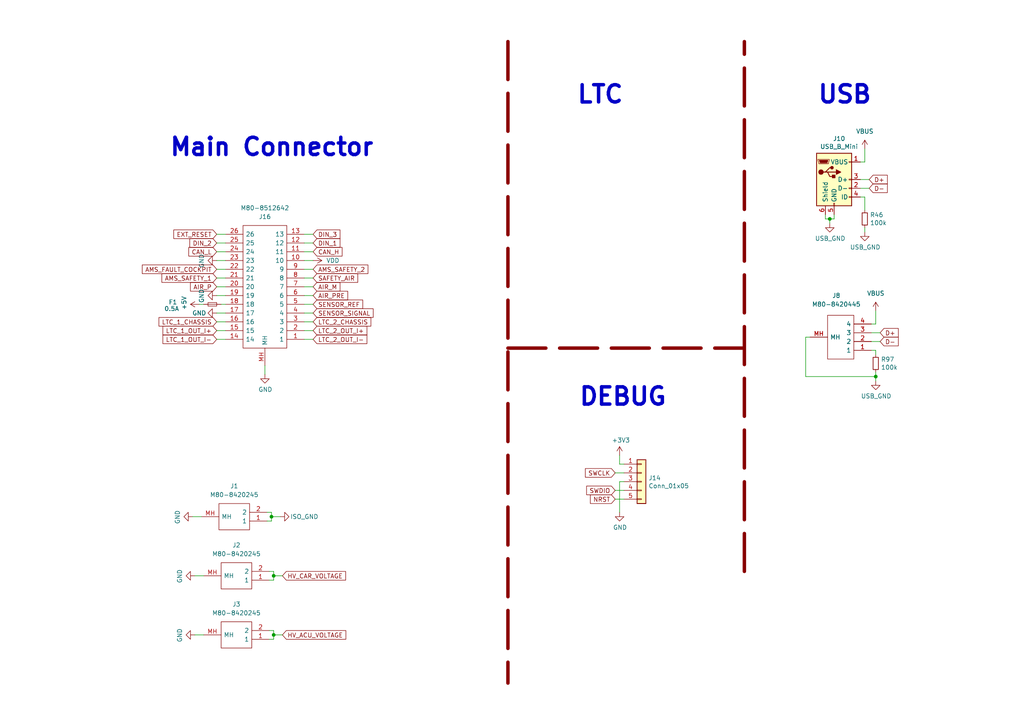
<source format=kicad_sch>
(kicad_sch (version 20211123) (generator eeschema)

  (uuid f4851ca1-504f-479c-8e26-e1e8c96cd102)

  (paper "A4")

  (lib_symbols
    (symbol "Connector:USB_B_Mini" (pin_names (offset 1.016)) (in_bom yes) (on_board yes)
      (property "Reference" "J" (id 0) (at -5.08 11.43 0)
        (effects (font (size 1.27 1.27)) (justify left))
      )
      (property "Value" "USB_B_Mini" (id 1) (at -5.08 8.89 0)
        (effects (font (size 1.27 1.27)) (justify left))
      )
      (property "Footprint" "" (id 2) (at 3.81 -1.27 0)
        (effects (font (size 1.27 1.27)) hide)
      )
      (property "Datasheet" "~" (id 3) (at 3.81 -1.27 0)
        (effects (font (size 1.27 1.27)) hide)
      )
      (property "ki_keywords" "connector USB mini" (id 4) (at 0 0 0)
        (effects (font (size 1.27 1.27)) hide)
      )
      (property "ki_description" "USB Mini Type B connector" (id 5) (at 0 0 0)
        (effects (font (size 1.27 1.27)) hide)
      )
      (property "ki_fp_filters" "USB*" (id 6) (at 0 0 0)
        (effects (font (size 1.27 1.27)) hide)
      )
      (symbol "USB_B_Mini_0_1"
        (rectangle (start -5.08 -7.62) (end 5.08 7.62)
          (stroke (width 0.254) (type default) (color 0 0 0 0))
          (fill (type background))
        )
        (circle (center -3.81 2.159) (radius 0.635)
          (stroke (width 0.254) (type default) (color 0 0 0 0))
          (fill (type outline))
        )
        (circle (center -0.635 3.429) (radius 0.381)
          (stroke (width 0.254) (type default) (color 0 0 0 0))
          (fill (type outline))
        )
        (rectangle (start -0.127 -7.62) (end 0.127 -6.858)
          (stroke (width 0) (type default) (color 0 0 0 0))
          (fill (type none))
        )
        (polyline
          (pts
            (xy -1.905 2.159)
            (xy 0.635 2.159)
          )
          (stroke (width 0.254) (type default) (color 0 0 0 0))
          (fill (type none))
        )
        (polyline
          (pts
            (xy -3.175 2.159)
            (xy -2.54 2.159)
            (xy -1.27 3.429)
            (xy -0.635 3.429)
          )
          (stroke (width 0.254) (type default) (color 0 0 0 0))
          (fill (type none))
        )
        (polyline
          (pts
            (xy -2.54 2.159)
            (xy -1.905 2.159)
            (xy -1.27 0.889)
            (xy 0 0.889)
          )
          (stroke (width 0.254) (type default) (color 0 0 0 0))
          (fill (type none))
        )
        (polyline
          (pts
            (xy 0.635 2.794)
            (xy 0.635 1.524)
            (xy 1.905 2.159)
            (xy 0.635 2.794)
          )
          (stroke (width 0.254) (type default) (color 0 0 0 0))
          (fill (type outline))
        )
        (polyline
          (pts
            (xy -4.318 5.588)
            (xy -1.778 5.588)
            (xy -2.032 4.826)
            (xy -4.064 4.826)
            (xy -4.318 5.588)
          )
          (stroke (width 0) (type default) (color 0 0 0 0))
          (fill (type outline))
        )
        (polyline
          (pts
            (xy -4.699 5.842)
            (xy -4.699 5.588)
            (xy -4.445 4.826)
            (xy -4.445 4.572)
            (xy -1.651 4.572)
            (xy -1.651 4.826)
            (xy -1.397 5.588)
            (xy -1.397 5.842)
            (xy -4.699 5.842)
          )
          (stroke (width 0) (type default) (color 0 0 0 0))
          (fill (type none))
        )
        (rectangle (start 0.254 1.27) (end -0.508 0.508)
          (stroke (width 0.254) (type default) (color 0 0 0 0))
          (fill (type outline))
        )
        (rectangle (start 5.08 -5.207) (end 4.318 -4.953)
          (stroke (width 0) (type default) (color 0 0 0 0))
          (fill (type none))
        )
        (rectangle (start 5.08 -2.667) (end 4.318 -2.413)
          (stroke (width 0) (type default) (color 0 0 0 0))
          (fill (type none))
        )
        (rectangle (start 5.08 -0.127) (end 4.318 0.127)
          (stroke (width 0) (type default) (color 0 0 0 0))
          (fill (type none))
        )
        (rectangle (start 5.08 4.953) (end 4.318 5.207)
          (stroke (width 0) (type default) (color 0 0 0 0))
          (fill (type none))
        )
      )
      (symbol "USB_B_Mini_1_1"
        (pin power_out line (at 7.62 5.08 180) (length 2.54)
          (name "VBUS" (effects (font (size 1.27 1.27))))
          (number "1" (effects (font (size 1.27 1.27))))
        )
        (pin bidirectional line (at 7.62 -2.54 180) (length 2.54)
          (name "D-" (effects (font (size 1.27 1.27))))
          (number "2" (effects (font (size 1.27 1.27))))
        )
        (pin bidirectional line (at 7.62 0 180) (length 2.54)
          (name "D+" (effects (font (size 1.27 1.27))))
          (number "3" (effects (font (size 1.27 1.27))))
        )
        (pin passive line (at 7.62 -5.08 180) (length 2.54)
          (name "ID" (effects (font (size 1.27 1.27))))
          (number "4" (effects (font (size 1.27 1.27))))
        )
        (pin power_out line (at 0 -10.16 90) (length 2.54)
          (name "GND" (effects (font (size 1.27 1.27))))
          (number "5" (effects (font (size 1.27 1.27))))
        )
        (pin passive line (at -2.54 -10.16 90) (length 2.54)
          (name "Shield" (effects (font (size 1.27 1.27))))
          (number "6" (effects (font (size 1.27 1.27))))
        )
      )
    )
    (symbol "Connector_Generic:Conn_01x05" (pin_names (offset 1.016) hide) (in_bom yes) (on_board yes)
      (property "Reference" "J" (id 0) (at 0 7.62 0)
        (effects (font (size 1.27 1.27)))
      )
      (property "Value" "Conn_01x05" (id 1) (at 0 -7.62 0)
        (effects (font (size 1.27 1.27)))
      )
      (property "Footprint" "" (id 2) (at 0 0 0)
        (effects (font (size 1.27 1.27)) hide)
      )
      (property "Datasheet" "~" (id 3) (at 0 0 0)
        (effects (font (size 1.27 1.27)) hide)
      )
      (property "ki_keywords" "connector" (id 4) (at 0 0 0)
        (effects (font (size 1.27 1.27)) hide)
      )
      (property "ki_description" "Generic connector, single row, 01x05, script generated (kicad-library-utils/schlib/autogen/connector/)" (id 5) (at 0 0 0)
        (effects (font (size 1.27 1.27)) hide)
      )
      (property "ki_fp_filters" "Connector*:*_1x??_*" (id 6) (at 0 0 0)
        (effects (font (size 1.27 1.27)) hide)
      )
      (symbol "Conn_01x05_1_1"
        (rectangle (start -1.27 -4.953) (end 0 -5.207)
          (stroke (width 0.1524) (type default) (color 0 0 0 0))
          (fill (type none))
        )
        (rectangle (start -1.27 -2.413) (end 0 -2.667)
          (stroke (width 0.1524) (type default) (color 0 0 0 0))
          (fill (type none))
        )
        (rectangle (start -1.27 0.127) (end 0 -0.127)
          (stroke (width 0.1524) (type default) (color 0 0 0 0))
          (fill (type none))
        )
        (rectangle (start -1.27 2.667) (end 0 2.413)
          (stroke (width 0.1524) (type default) (color 0 0 0 0))
          (fill (type none))
        )
        (rectangle (start -1.27 5.207) (end 0 4.953)
          (stroke (width 0.1524) (type default) (color 0 0 0 0))
          (fill (type none))
        )
        (rectangle (start -1.27 6.35) (end 1.27 -6.35)
          (stroke (width 0.254) (type default) (color 0 0 0 0))
          (fill (type background))
        )
        (pin passive line (at -5.08 5.08 0) (length 3.81)
          (name "Pin_1" (effects (font (size 1.27 1.27))))
          (number "1" (effects (font (size 1.27 1.27))))
        )
        (pin passive line (at -5.08 2.54 0) (length 3.81)
          (name "Pin_2" (effects (font (size 1.27 1.27))))
          (number "2" (effects (font (size 1.27 1.27))))
        )
        (pin passive line (at -5.08 0 0) (length 3.81)
          (name "Pin_3" (effects (font (size 1.27 1.27))))
          (number "3" (effects (font (size 1.27 1.27))))
        )
        (pin passive line (at -5.08 -2.54 0) (length 3.81)
          (name "Pin_4" (effects (font (size 1.27 1.27))))
          (number "4" (effects (font (size 1.27 1.27))))
        )
        (pin passive line (at -5.08 -5.08 0) (length 3.81)
          (name "Pin_5" (effects (font (size 1.27 1.27))))
          (number "5" (effects (font (size 1.27 1.27))))
        )
      )
    )
    (symbol "Device:Fuse_Small" (pin_numbers hide) (pin_names (offset 0.254) hide) (in_bom yes) (on_board yes)
      (property "Reference" "F" (id 0) (at 0 -1.524 0)
        (effects (font (size 1.27 1.27)))
      )
      (property "Value" "Fuse_Small" (id 1) (at 0 1.524 0)
        (effects (font (size 1.27 1.27)))
      )
      (property "Footprint" "" (id 2) (at 0 0 0)
        (effects (font (size 1.27 1.27)) hide)
      )
      (property "Datasheet" "~" (id 3) (at 0 0 0)
        (effects (font (size 1.27 1.27)) hide)
      )
      (property "ki_keywords" "fuse" (id 4) (at 0 0 0)
        (effects (font (size 1.27 1.27)) hide)
      )
      (property "ki_description" "Fuse, small symbol" (id 5) (at 0 0 0)
        (effects (font (size 1.27 1.27)) hide)
      )
      (property "ki_fp_filters" "SM*" (id 6) (at 0 0 0)
        (effects (font (size 1.27 1.27)) hide)
      )
      (symbol "Fuse_Small_0_1"
        (rectangle (start -1.27 0.508) (end 1.27 -0.508)
          (stroke (width 0) (type default) (color 0 0 0 0))
          (fill (type none))
        )
        (polyline
          (pts
            (xy -1.27 0)
            (xy 1.27 0)
          )
          (stroke (width 0) (type default) (color 0 0 0 0))
          (fill (type none))
        )
      )
      (symbol "Fuse_Small_1_1"
        (pin passive line (at -2.54 0 0) (length 1.27)
          (name "~" (effects (font (size 1.27 1.27))))
          (number "1" (effects (font (size 1.27 1.27))))
        )
        (pin passive line (at 2.54 0 180) (length 1.27)
          (name "~" (effects (font (size 1.27 1.27))))
          (number "2" (effects (font (size 1.27 1.27))))
        )
      )
    )
    (symbol "Device:R_Small" (pin_numbers hide) (pin_names (offset 0.254) hide) (in_bom yes) (on_board yes)
      (property "Reference" "R" (id 0) (at 0.762 0.508 0)
        (effects (font (size 1.27 1.27)) (justify left))
      )
      (property "Value" "R_Small" (id 1) (at 0.762 -1.016 0)
        (effects (font (size 1.27 1.27)) (justify left))
      )
      (property "Footprint" "" (id 2) (at 0 0 0)
        (effects (font (size 1.27 1.27)) hide)
      )
      (property "Datasheet" "~" (id 3) (at 0 0 0)
        (effects (font (size 1.27 1.27)) hide)
      )
      (property "ki_keywords" "R resistor" (id 4) (at 0 0 0)
        (effects (font (size 1.27 1.27)) hide)
      )
      (property "ki_description" "Resistor, small symbol" (id 5) (at 0 0 0)
        (effects (font (size 1.27 1.27)) hide)
      )
      (property "ki_fp_filters" "R_*" (id 6) (at 0 0 0)
        (effects (font (size 1.27 1.27)) hide)
      )
      (symbol "R_Small_0_1"
        (rectangle (start -0.762 1.778) (end 0.762 -1.778)
          (stroke (width 0.2032) (type default) (color 0 0 0 0))
          (fill (type none))
        )
      )
      (symbol "R_Small_1_1"
        (pin passive line (at 0 2.54 270) (length 0.762)
          (name "~" (effects (font (size 1.27 1.27))))
          (number "1" (effects (font (size 1.27 1.27))))
        )
        (pin passive line (at 0 -2.54 90) (length 0.762)
          (name "~" (effects (font (size 1.27 1.27))))
          (number "2" (effects (font (size 1.27 1.27))))
        )
      )
    )
    (symbol "M80-8420445_1" (pin_names (offset 0.762)) (in_bom yes) (on_board yes)
      (property "Reference" "J" (id 0) (at 16.51 7.62 0)
        (effects (font (size 1.27 1.27)) (justify left))
      )
      (property "Value" "M80-8420445_1" (id 1) (at 16.51 5.08 0)
        (effects (font (size 1.27 1.27)) (justify left))
      )
      (property "Footprint" "M80-8420445" (id 2) (at 16.51 2.54 0)
        (effects (font (size 1.27 1.27)) (justify left) hide)
      )
      (property "Datasheet" "https://cdn.harwin.com/pdfs/M80-842.pdf" (id 3) (at 16.51 0 0)
        (effects (font (size 1.27 1.27)) (justify left) hide)
      )
      (property "Description" "Datamate L-Tek SIL Male Horizontal 3mm Throughboard Connector, latched, gold, 4 contacts" (id 4) (at 16.51 -2.54 0)
        (effects (font (size 1.27 1.27)) (justify left) hide)
      )
      (property "Height" "" (id 5) (at 16.51 -5.08 0)
        (effects (font (size 1.27 1.27)) (justify left) hide)
      )
      (property "Manufacturer_Name" "Harwin" (id 6) (at 16.51 -7.62 0)
        (effects (font (size 1.27 1.27)) (justify left) hide)
      )
      (property "Manufacturer_Part_Number" "M80-8420445" (id 7) (at 16.51 -10.16 0)
        (effects (font (size 1.27 1.27)) (justify left) hide)
      )
      (property "Mouser Part Number" "855-M80-8420445" (id 8) (at 16.51 -12.7 0)
        (effects (font (size 1.27 1.27)) (justify left) hide)
      )
      (property "Mouser Price/Stock" "https://www.mouser.co.uk/ProductDetail/Harwin/M80-8420445?qs=3tymCvhQ29Y4RXri2GVElQ%3D%3D" (id 9) (at 16.51 -15.24 0)
        (effects (font (size 1.27 1.27)) (justify left) hide)
      )
      (property "Arrow Part Number" "" (id 10) (at 16.51 -17.78 0)
        (effects (font (size 1.27 1.27)) (justify left) hide)
      )
      (property "Arrow Price/Stock" "" (id 11) (at 16.51 -20.32 0)
        (effects (font (size 1.27 1.27)) (justify left) hide)
      )
      (property "ki_description" "Datamate L-Tek SIL Male Horizontal 3mm Throughboard Connector, latched, gold, 4 contacts" (id 12) (at 0 0 0)
        (effects (font (size 1.27 1.27)) hide)
      )
      (symbol "M80-8420445_1_0_0"
        (pin passive line (at 0 0 0) (length 5.08)
          (name "1" (effects (font (size 1.27 1.27))))
          (number "1" (effects (font (size 1.27 1.27))))
        )
        (pin passive line (at 0 -2.54 0) (length 5.08)
          (name "2" (effects (font (size 1.27 1.27))))
          (number "2" (effects (font (size 1.27 1.27))))
        )
        (pin passive line (at 0 -5.08 0) (length 5.08)
          (name "3" (effects (font (size 1.27 1.27))))
          (number "3" (effects (font (size 1.27 1.27))))
        )
        (pin passive line (at 0 -7.62 0) (length 5.08)
          (name "4" (effects (font (size 1.27 1.27))))
          (number "4" (effects (font (size 1.27 1.27))))
        )
        (pin passive line (at 17.78 -3.81 180) (length 5.08)
          (name "MH" (effects (font (size 1.27 1.27))))
          (number "MH" (effects (font (size 1.27 1.27))))
        )
      )
      (symbol "M80-8420445_1_0_1"
        (polyline
          (pts
            (xy 5.08 2.54)
            (xy 12.7 2.54)
            (xy 12.7 -10.16)
            (xy 5.08 -10.16)
            (xy 5.08 2.54)
          )
          (stroke (width 0.1524) (type default) (color 0 0 0 0))
          (fill (type none))
        )
      )
    )
    (symbol "Molex 2 pin 90 deg:M80-8420245" (pin_names (offset 0.762)) (in_bom yes) (on_board yes)
      (property "Reference" "J" (id 0) (at 21.59 7.62 0)
        (effects (font (size 1.27 1.27)) (justify left))
      )
      (property "Value" "M80-8420245" (id 1) (at 21.59 5.08 0)
        (effects (font (size 1.27 1.27)) (justify left))
      )
      (property "Footprint" "M808420245" (id 2) (at 21.59 2.54 0)
        (effects (font (size 1.27 1.27)) (justify left) hide)
      )
      (property "Datasheet" "https://componentsearchengine.com/Datasheets/1/M80-8420245.pdf" (id 3) (at 21.59 0 0)
        (effects (font (size 1.27 1.27)) (justify left) hide)
      )
      (property "Description" "Headers & Wire Housings 2 WAY SIL M HZ PC-TAIL LATCH" (id 4) (at 21.59 -2.54 0)
        (effects (font (size 1.27 1.27)) (justify left) hide)
      )
      (property "Height" "3.96" (id 5) (at 21.59 -5.08 0)
        (effects (font (size 1.27 1.27)) (justify left) hide)
      )
      (property "Mouser Part Number" "855-M80-8420245" (id 6) (at 21.59 -7.62 0)
        (effects (font (size 1.27 1.27)) (justify left) hide)
      )
      (property "Mouser Price/Stock" "https://www.mouser.co.uk/ProductDetail/Harwin/M80-8420245?qs=3tymCvhQ29ZOWVoDRoxF7g%3D%3D" (id 7) (at 21.59 -10.16 0)
        (effects (font (size 1.27 1.27)) (justify left) hide)
      )
      (property "Manufacturer_Name" "Harwin" (id 8) (at 21.59 -12.7 0)
        (effects (font (size 1.27 1.27)) (justify left) hide)
      )
      (property "Manufacturer_Part_Number" "M80-8420245" (id 9) (at 21.59 -15.24 0)
        (effects (font (size 1.27 1.27)) (justify left) hide)
      )
      (property "ki_description" "Headers & Wire Housings 2 WAY SIL M HZ PC-TAIL LATCH" (id 10) (at 0 0 0)
        (effects (font (size 1.27 1.27)) hide)
      )
      (symbol "M80-8420245_0_0"
        (pin passive line (at 0 0 0) (length 5.08)
          (name "1" (effects (font (size 1.27 1.27))))
          (number "1" (effects (font (size 1.27 1.27))))
        )
        (pin passive line (at 0 -2.54 0) (length 5.08)
          (name "2" (effects (font (size 1.27 1.27))))
          (number "2" (effects (font (size 1.27 1.27))))
        )
        (pin passive line (at 19.05 -1.27 180) (length 5.08)
          (name "MH" (effects (font (size 1.27 1.27))))
          (number "MH" (effects (font (size 1.27 1.27))))
        )
      )
      (symbol "M80-8420245_0_1"
        (polyline
          (pts
            (xy 5.08 2.54)
            (xy 13.97 2.54)
            (xy 13.97 -5.08)
            (xy 5.08 -5.08)
            (xy 5.08 2.54)
          )
          (stroke (width 0.1524) (type default) (color 0 0 0 0))
          (fill (type none))
        )
      )
    )
    (symbol "PUTM_EV_BMS_library:ISO_GND" (power) (pin_names (offset 0)) (in_bom yes) (on_board yes)
      (property "Reference" "#PWR" (id 0) (at 0 -6.35 0)
        (effects (font (size 1.27 1.27)) hide)
      )
      (property "Value" "ISO_GND" (id 1) (at 0 -3.81 0)
        (effects (font (size 1.27 1.27)))
      )
      (property "Footprint" "" (id 2) (at 0 0 0)
        (effects (font (size 1.27 1.27)) hide)
      )
      (property "Datasheet" "" (id 3) (at 0 0 0)
        (effects (font (size 1.27 1.27)) hide)
      )
      (property "ki_keywords" "power-flag" (id 4) (at 0 0 0)
        (effects (font (size 1.27 1.27)) hide)
      )
      (property "ki_description" "Power symbol creates a global label with name \"ISO_GND\" , ground" (id 5) (at 0 0 0)
        (effects (font (size 1.27 1.27)) hide)
      )
      (symbol "ISO_GND_0_1"
        (polyline
          (pts
            (xy 0 0)
            (xy 0 -1.27)
            (xy 1.27 -1.27)
            (xy 0 -2.54)
            (xy -1.27 -1.27)
            (xy 0 -1.27)
          )
          (stroke (width 0) (type default) (color 0 0 0 0))
          (fill (type none))
        )
      )
      (symbol "ISO_GND_1_1"
        (pin power_in line (at 0 0 270) (length 0) hide
          (name "ISO_GND" (effects (font (size 1.27 1.27))))
          (number "1" (effects (font (size 1.27 1.27))))
        )
      )
    )
    (symbol "PUTM_EV_BMS_library:USB_GND" (power) (pin_names (offset 0)) (in_bom yes) (on_board yes)
      (property "Reference" "#PWR" (id 0) (at 0 -6.35 0)
        (effects (font (size 1.27 1.27)) hide)
      )
      (property "Value" "USB_GND" (id 1) (at 0 -3.81 0)
        (effects (font (size 1.27 1.27)))
      )
      (property "Footprint" "" (id 2) (at 0 0 0)
        (effects (font (size 1.27 1.27)) hide)
      )
      (property "Datasheet" "" (id 3) (at 0 0 0)
        (effects (font (size 1.27 1.27)) hide)
      )
      (property "ki_keywords" "power-flag" (id 4) (at 0 0 0)
        (effects (font (size 1.27 1.27)) hide)
      )
      (property "ki_description" "Power symbol creates a global label with name \"ISO_GND\" , ground" (id 5) (at 0 0 0)
        (effects (font (size 1.27 1.27)) hide)
      )
      (symbol "USB_GND_0_1"
        (polyline
          (pts
            (xy 0 0)
            (xy 0 -1.27)
            (xy 1.27 -1.27)
            (xy 0 -2.54)
            (xy -1.27 -1.27)
            (xy 0 -1.27)
          )
          (stroke (width 0) (type default) (color 0 0 0 0))
          (fill (type none))
        )
      )
      (symbol "USB_GND_1_1"
        (pin power_in line (at 0 0 270) (length 0) hide
          (name "USB_GND" (effects (font (size 1.27 1.27))))
          (number "1" (effects (font (size 1.27 1.27))))
        )
      )
    )
    (symbol "harwin 26 pin 90 deg:M80-8512642" (pin_names (offset 0.762)) (in_bom yes) (on_board yes)
      (property "Reference" "J" (id 0) (at 19.05 7.62 0)
        (effects (font (size 1.27 1.27)) (justify left))
      )
      (property "Value" "M80-8512642" (id 1) (at 19.05 5.08 0)
        (effects (font (size 1.27 1.27)) (justify left))
      )
      (property "Footprint" "M80-85126YY" (id 2) (at 19.05 2.54 0)
        (effects (font (size 1.27 1.27)) (justify left) hide)
      )
      (property "Datasheet" "https://cdn.harwin.com/pdfs/M80-851.pdf" (id 3) (at 19.05 0 0)
        (effects (font (size 1.27 1.27)) (justify left) hide)
      )
      (property "Description" "HARWIN M80-85 Series, 2mm Pitch 26 Way 2 Row Right Angle PCB Header, Solder Termination, 3A" (id 4) (at 19.05 -2.54 0)
        (effects (font (size 1.27 1.27)) (justify left) hide)
      )
      (property "Height" "5.96" (id 5) (at 19.05 -5.08 0)
        (effects (font (size 1.27 1.27)) (justify left) hide)
      )
      (property "Mouser Part Number" "855-M80-8512642" (id 6) (at 19.05 -7.62 0)
        (effects (font (size 1.27 1.27)) (justify left) hide)
      )
      (property "Mouser Price/Stock" "https://www.mouser.co.uk/ProductDetail/Harwin/M80-8512642?qs=7jyBjEprRBhGoL0m1VcOZA%3D%3D" (id 7) (at 19.05 -10.16 0)
        (effects (font (size 1.27 1.27)) (justify left) hide)
      )
      (property "Manufacturer_Name" "Harwin" (id 8) (at 19.05 -12.7 0)
        (effects (font (size 1.27 1.27)) (justify left) hide)
      )
      (property "Manufacturer_Part_Number" "M80-8512642" (id 9) (at 19.05 -15.24 0)
        (effects (font (size 1.27 1.27)) (justify left) hide)
      )
      (property "ki_description" "HARWIN M80-85 Series, 2mm Pitch 26 Way 2 Row Right Angle PCB Header, Solder Termination, 3A" (id 10) (at 0 0 0)
        (effects (font (size 1.27 1.27)) hide)
      )
      (symbol "M80-8512642_0_0"
        (pin passive line (at 22.86 -30.48 180) (length 5.08)
          (name "1" (effects (font (size 1.27 1.27))))
          (number "1" (effects (font (size 1.27 1.27))))
        )
        (pin passive line (at 22.86 -7.62 180) (length 5.08)
          (name "10" (effects (font (size 1.27 1.27))))
          (number "10" (effects (font (size 1.27 1.27))))
        )
        (pin passive line (at 22.86 -5.08 180) (length 5.08)
          (name "11" (effects (font (size 1.27 1.27))))
          (number "11" (effects (font (size 1.27 1.27))))
        )
        (pin passive line (at 22.86 -2.54 180) (length 5.08)
          (name "12" (effects (font (size 1.27 1.27))))
          (number "12" (effects (font (size 1.27 1.27))))
        )
        (pin passive line (at 22.86 0 180) (length 5.08)
          (name "13" (effects (font (size 1.27 1.27))))
          (number "13" (effects (font (size 1.27 1.27))))
        )
        (pin passive line (at 0 -30.48 0) (length 5.08)
          (name "14" (effects (font (size 1.27 1.27))))
          (number "14" (effects (font (size 1.27 1.27))))
        )
        (pin passive line (at 0 -27.94 0) (length 5.08)
          (name "15" (effects (font (size 1.27 1.27))))
          (number "15" (effects (font (size 1.27 1.27))))
        )
        (pin passive line (at 0 -25.4 0) (length 5.08)
          (name "16" (effects (font (size 1.27 1.27))))
          (number "16" (effects (font (size 1.27 1.27))))
        )
        (pin passive line (at 0 -22.86 0) (length 5.08)
          (name "17" (effects (font (size 1.27 1.27))))
          (number "17" (effects (font (size 1.27 1.27))))
        )
        (pin passive line (at 0 -20.32 0) (length 5.08)
          (name "18" (effects (font (size 1.27 1.27))))
          (number "18" (effects (font (size 1.27 1.27))))
        )
        (pin passive line (at 0 -17.78 0) (length 5.08)
          (name "19" (effects (font (size 1.27 1.27))))
          (number "19" (effects (font (size 1.27 1.27))))
        )
        (pin passive line (at 22.86 -27.94 180) (length 5.08)
          (name "2" (effects (font (size 1.27 1.27))))
          (number "2" (effects (font (size 1.27 1.27))))
        )
        (pin passive line (at 0 -15.24 0) (length 5.08)
          (name "20" (effects (font (size 1.27 1.27))))
          (number "20" (effects (font (size 1.27 1.27))))
        )
        (pin passive line (at 0 -12.7 0) (length 5.08)
          (name "21" (effects (font (size 1.27 1.27))))
          (number "21" (effects (font (size 1.27 1.27))))
        )
        (pin passive line (at 0 -10.16 0) (length 5.08)
          (name "22" (effects (font (size 1.27 1.27))))
          (number "22" (effects (font (size 1.27 1.27))))
        )
        (pin passive line (at 0 -7.62 0) (length 5.08)
          (name "23" (effects (font (size 1.27 1.27))))
          (number "23" (effects (font (size 1.27 1.27))))
        )
        (pin passive line (at 0 -5.08 0) (length 5.08)
          (name "24" (effects (font (size 1.27 1.27))))
          (number "24" (effects (font (size 1.27 1.27))))
        )
        (pin passive line (at 0 -2.54 0) (length 5.08)
          (name "25" (effects (font (size 1.27 1.27))))
          (number "25" (effects (font (size 1.27 1.27))))
        )
        (pin passive line (at 0 0 0) (length 5.08)
          (name "26" (effects (font (size 1.27 1.27))))
          (number "26" (effects (font (size 1.27 1.27))))
        )
        (pin passive line (at 22.86 -25.4 180) (length 5.08)
          (name "3" (effects (font (size 1.27 1.27))))
          (number "3" (effects (font (size 1.27 1.27))))
        )
        (pin passive line (at 22.86 -22.86 180) (length 5.08)
          (name "4" (effects (font (size 1.27 1.27))))
          (number "4" (effects (font (size 1.27 1.27))))
        )
        (pin passive line (at 22.86 -20.32 180) (length 5.08)
          (name "5" (effects (font (size 1.27 1.27))))
          (number "5" (effects (font (size 1.27 1.27))))
        )
        (pin passive line (at 22.86 -17.78 180) (length 5.08)
          (name "6" (effects (font (size 1.27 1.27))))
          (number "6" (effects (font (size 1.27 1.27))))
        )
        (pin passive line (at 22.86 -15.24 180) (length 5.08)
          (name "7" (effects (font (size 1.27 1.27))))
          (number "7" (effects (font (size 1.27 1.27))))
        )
        (pin passive line (at 22.86 -12.7 180) (length 5.08)
          (name "8" (effects (font (size 1.27 1.27))))
          (number "8" (effects (font (size 1.27 1.27))))
        )
        (pin passive line (at 22.86 -10.16 180) (length 5.08)
          (name "9" (effects (font (size 1.27 1.27))))
          (number "9" (effects (font (size 1.27 1.27))))
        )
        (pin passive line (at 11.43 -38.1 90) (length 5.08)
          (name "MH" (effects (font (size 1.27 1.27))))
          (number "MH" (effects (font (size 1.27 1.27))))
        )
      )
      (symbol "M80-8512642_0_1"
        (polyline
          (pts
            (xy 5.08 2.54)
            (xy 17.78 2.54)
            (xy 17.78 -33.02)
            (xy 5.08 -33.02)
            (xy 5.08 2.54)
          )
          (stroke (width 0.1524) (type default) (color 0 0 0 0))
          (fill (type none))
        )
      )
    )
    (symbol "power:+3.3V" (power) (pin_names (offset 0)) (in_bom yes) (on_board yes)
      (property "Reference" "#PWR" (id 0) (at 0 -3.81 0)
        (effects (font (size 1.27 1.27)) hide)
      )
      (property "Value" "+3.3V" (id 1) (at 0 3.556 0)
        (effects (font (size 1.27 1.27)))
      )
      (property "Footprint" "" (id 2) (at 0 0 0)
        (effects (font (size 1.27 1.27)) hide)
      )
      (property "Datasheet" "" (id 3) (at 0 0 0)
        (effects (font (size 1.27 1.27)) hide)
      )
      (property "ki_keywords" "power-flag" (id 4) (at 0 0 0)
        (effects (font (size 1.27 1.27)) hide)
      )
      (property "ki_description" "Power symbol creates a global label with name \"+3.3V\"" (id 5) (at 0 0 0)
        (effects (font (size 1.27 1.27)) hide)
      )
      (symbol "+3.3V_0_1"
        (polyline
          (pts
            (xy -0.762 1.27)
            (xy 0 2.54)
          )
          (stroke (width 0) (type default) (color 0 0 0 0))
          (fill (type none))
        )
        (polyline
          (pts
            (xy 0 0)
            (xy 0 2.54)
          )
          (stroke (width 0) (type default) (color 0 0 0 0))
          (fill (type none))
        )
        (polyline
          (pts
            (xy 0 2.54)
            (xy 0.762 1.27)
          )
          (stroke (width 0) (type default) (color 0 0 0 0))
          (fill (type none))
        )
      )
      (symbol "+3.3V_1_1"
        (pin power_in line (at 0 0 90) (length 0) hide
          (name "+3V3" (effects (font (size 1.27 1.27))))
          (number "1" (effects (font (size 1.27 1.27))))
        )
      )
    )
    (symbol "power:+5V" (power) (pin_names (offset 0)) (in_bom yes) (on_board yes)
      (property "Reference" "#PWR" (id 0) (at 0 -3.81 0)
        (effects (font (size 1.27 1.27)) hide)
      )
      (property "Value" "+5V" (id 1) (at 0 3.556 0)
        (effects (font (size 1.27 1.27)))
      )
      (property "Footprint" "" (id 2) (at 0 0 0)
        (effects (font (size 1.27 1.27)) hide)
      )
      (property "Datasheet" "" (id 3) (at 0 0 0)
        (effects (font (size 1.27 1.27)) hide)
      )
      (property "ki_keywords" "power-flag" (id 4) (at 0 0 0)
        (effects (font (size 1.27 1.27)) hide)
      )
      (property "ki_description" "Power symbol creates a global label with name \"+5V\"" (id 5) (at 0 0 0)
        (effects (font (size 1.27 1.27)) hide)
      )
      (symbol "+5V_0_1"
        (polyline
          (pts
            (xy -0.762 1.27)
            (xy 0 2.54)
          )
          (stroke (width 0) (type default) (color 0 0 0 0))
          (fill (type none))
        )
        (polyline
          (pts
            (xy 0 0)
            (xy 0 2.54)
          )
          (stroke (width 0) (type default) (color 0 0 0 0))
          (fill (type none))
        )
        (polyline
          (pts
            (xy 0 2.54)
            (xy 0.762 1.27)
          )
          (stroke (width 0) (type default) (color 0 0 0 0))
          (fill (type none))
        )
      )
      (symbol "+5V_1_1"
        (pin power_in line (at 0 0 90) (length 0) hide
          (name "+5V" (effects (font (size 1.27 1.27))))
          (number "1" (effects (font (size 1.27 1.27))))
        )
      )
    )
    (symbol "power:GND" (power) (pin_names (offset 0)) (in_bom yes) (on_board yes)
      (property "Reference" "#PWR" (id 0) (at 0 -6.35 0)
        (effects (font (size 1.27 1.27)) hide)
      )
      (property "Value" "GND" (id 1) (at 0 -3.81 0)
        (effects (font (size 1.27 1.27)))
      )
      (property "Footprint" "" (id 2) (at 0 0 0)
        (effects (font (size 1.27 1.27)) hide)
      )
      (property "Datasheet" "" (id 3) (at 0 0 0)
        (effects (font (size 1.27 1.27)) hide)
      )
      (property "ki_keywords" "power-flag" (id 4) (at 0 0 0)
        (effects (font (size 1.27 1.27)) hide)
      )
      (property "ki_description" "Power symbol creates a global label with name \"GND\" , ground" (id 5) (at 0 0 0)
        (effects (font (size 1.27 1.27)) hide)
      )
      (symbol "GND_0_1"
        (polyline
          (pts
            (xy 0 0)
            (xy 0 -1.27)
            (xy 1.27 -1.27)
            (xy 0 -2.54)
            (xy -1.27 -1.27)
            (xy 0 -1.27)
          )
          (stroke (width 0) (type default) (color 0 0 0 0))
          (fill (type none))
        )
      )
      (symbol "GND_1_1"
        (pin power_in line (at 0 0 270) (length 0) hide
          (name "GND" (effects (font (size 1.27 1.27))))
          (number "1" (effects (font (size 1.27 1.27))))
        )
      )
    )
    (symbol "power:VBUS" (power) (pin_names (offset 0)) (in_bom yes) (on_board yes)
      (property "Reference" "#PWR" (id 0) (at 0 -3.81 0)
        (effects (font (size 1.27 1.27)) hide)
      )
      (property "Value" "VBUS" (id 1) (at 0 3.81 0)
        (effects (font (size 1.27 1.27)))
      )
      (property "Footprint" "" (id 2) (at 0 0 0)
        (effects (font (size 1.27 1.27)) hide)
      )
      (property "Datasheet" "" (id 3) (at 0 0 0)
        (effects (font (size 1.27 1.27)) hide)
      )
      (property "ki_keywords" "power-flag" (id 4) (at 0 0 0)
        (effects (font (size 1.27 1.27)) hide)
      )
      (property "ki_description" "Power symbol creates a global label with name \"VBUS\"" (id 5) (at 0 0 0)
        (effects (font (size 1.27 1.27)) hide)
      )
      (symbol "VBUS_0_1"
        (polyline
          (pts
            (xy -0.762 1.27)
            (xy 0 2.54)
          )
          (stroke (width 0) (type default) (color 0 0 0 0))
          (fill (type none))
        )
        (polyline
          (pts
            (xy 0 0)
            (xy 0 2.54)
          )
          (stroke (width 0) (type default) (color 0 0 0 0))
          (fill (type none))
        )
        (polyline
          (pts
            (xy 0 2.54)
            (xy 0.762 1.27)
          )
          (stroke (width 0) (type default) (color 0 0 0 0))
          (fill (type none))
        )
      )
      (symbol "VBUS_1_1"
        (pin power_in line (at 0 0 90) (length 0) hide
          (name "VBUS" (effects (font (size 1.27 1.27))))
          (number "1" (effects (font (size 1.27 1.27))))
        )
      )
    )
    (symbol "power:VDD" (power) (pin_names (offset 0)) (in_bom yes) (on_board yes)
      (property "Reference" "#PWR" (id 0) (at 0 -3.81 0)
        (effects (font (size 1.27 1.27)) hide)
      )
      (property "Value" "VDD" (id 1) (at 0 3.81 0)
        (effects (font (size 1.27 1.27)))
      )
      (property "Footprint" "" (id 2) (at 0 0 0)
        (effects (font (size 1.27 1.27)) hide)
      )
      (property "Datasheet" "" (id 3) (at 0 0 0)
        (effects (font (size 1.27 1.27)) hide)
      )
      (property "ki_keywords" "power-flag" (id 4) (at 0 0 0)
        (effects (font (size 1.27 1.27)) hide)
      )
      (property "ki_description" "Power symbol creates a global label with name \"VDD\"" (id 5) (at 0 0 0)
        (effects (font (size 1.27 1.27)) hide)
      )
      (symbol "VDD_0_1"
        (polyline
          (pts
            (xy -0.762 1.27)
            (xy 0 2.54)
          )
          (stroke (width 0) (type default) (color 0 0 0 0))
          (fill (type none))
        )
        (polyline
          (pts
            (xy 0 0)
            (xy 0 2.54)
          )
          (stroke (width 0) (type default) (color 0 0 0 0))
          (fill (type none))
        )
        (polyline
          (pts
            (xy 0 2.54)
            (xy 0.762 1.27)
          )
          (stroke (width 0) (type default) (color 0 0 0 0))
          (fill (type none))
        )
      )
      (symbol "VDD_1_1"
        (pin power_in line (at 0 0 90) (length 0) hide
          (name "VDD" (effects (font (size 1.27 1.27))))
          (number "1" (effects (font (size 1.27 1.27))))
        )
      )
    )
  )

  (junction (at 79.375 184.15) (diameter 0) (color 0 0 0 0)
    (uuid 07a3e687-e3aa-46eb-82cf-5627e935996c)
  )
  (junction (at 79.375 167.005) (diameter 0) (color 0 0 0 0)
    (uuid 3d5a6fc1-4bf9-494d-bcd5-6dc019cee0b5)
  )
  (junction (at 254 109.22) (diameter 0) (color 0 0 0 0)
    (uuid 7036f912-3d59-4651-9750-e69bef7813eb)
  )
  (junction (at 240.665 63.5) (diameter 0) (color 0 0 0 0)
    (uuid e4984d67-f021-48a4-8790-924ce7cb09b4)
  )
  (junction (at 78.74 149.86) (diameter 0) (color 0 0 0 0)
    (uuid f0b91a88-21d2-4c9f-a82c-a2bd5adbab32)
  )

  (wire (pts (xy 90.805 67.945) (xy 88.265 67.945))
    (stroke (width 0) (type default) (color 0 0 0 0))
    (uuid 04861368-7986-481b-8c4a-12cf81c3812f)
  )
  (wire (pts (xy 62.865 95.885) (xy 65.405 95.885))
    (stroke (width 0) (type default) (color 0 0 0 0))
    (uuid 0ee7dc23-8fc0-487c-a12e-84b726369b2f)
  )
  (wire (pts (xy 81.915 167.005) (xy 79.375 167.005))
    (stroke (width 0) (type default) (color 0 0 0 0))
    (uuid 129e067f-9bf2-4f54-a76a-114ff7de7716)
  )
  (wire (pts (xy 250.825 66.04) (xy 250.825 67.31))
    (stroke (width 0) (type default) (color 0 0 0 0))
    (uuid 12b1cae3-478f-4433-b28e-66af424faa70)
  )
  (wire (pts (xy 78.105 165.735) (xy 79.375 165.735))
    (stroke (width 0) (type default) (color 0 0 0 0))
    (uuid 13637f3d-fb7c-43d3-9e84-d85728d3181d)
  )
  (wire (pts (xy 254 93.98) (xy 254 90.17))
    (stroke (width 0) (type default) (color 0 0 0 0))
    (uuid 167c0b8e-c7ba-4cc9-b9ed-d8efa9897a0a)
  )
  (wire (pts (xy 62.865 80.645) (xy 65.405 80.645))
    (stroke (width 0) (type default) (color 0 0 0 0))
    (uuid 2d3f4f2e-da3f-4f28-b89f-b1999dae47ff)
  )
  (wire (pts (xy 78.105 185.42) (xy 79.375 185.42))
    (stroke (width 0) (type default) (color 0 0 0 0))
    (uuid 2e4ffb58-2a03-47c6-9a22-c5f43e237b8a)
  )
  (wire (pts (xy 249.555 57.15) (xy 250.825 57.15))
    (stroke (width 0) (type default) (color 0 0 0 0))
    (uuid 2fbf931f-53ce-4d07-9689-7e40340e9fad)
  )
  (wire (pts (xy 90.805 70.485) (xy 88.265 70.485))
    (stroke (width 0) (type default) (color 0 0 0 0))
    (uuid 300067ef-b84a-4d41-ab2b-429cd3cb5c1f)
  )
  (wire (pts (xy 241.935 63.5) (xy 241.935 62.23))
    (stroke (width 0) (type default) (color 0 0 0 0))
    (uuid 361ae99a-eb92-4236-9027-47d6dfcd7a1b)
  )
  (polyline (pts (xy 147.32 100.965) (xy 215.265 100.965))
    (stroke (width 1) (type default) (color 132 0 0 1))
    (uuid 39538d38-ea48-4d7d-a5bb-969dd53edfad)
  )

  (wire (pts (xy 250.825 57.15) (xy 250.825 60.96))
    (stroke (width 0) (type default) (color 0 0 0 0))
    (uuid 3b6899d7-3f2c-4589-9b30-0f08e2b4f87e)
  )
  (wire (pts (xy 59.055 88.265) (xy 57.785 88.265))
    (stroke (width 0) (type default) (color 0 0 0 0))
    (uuid 3bbd79c2-1891-4e01-bb4a-6e6e7f893609)
  )
  (wire (pts (xy 90.805 93.345) (xy 88.265 93.345))
    (stroke (width 0) (type default) (color 0 0 0 0))
    (uuid 3d1ba01a-8488-4f79-aefe-2b38683958ae)
  )
  (wire (pts (xy 252.73 93.98) (xy 254 93.98))
    (stroke (width 0) (type default) (color 0 0 0 0))
    (uuid 3e732820-0d78-4982-84e6-db4cdb46704e)
  )
  (wire (pts (xy 180.975 134.62) (xy 179.705 134.62))
    (stroke (width 0) (type default) (color 0 0 0 0))
    (uuid 3fcabbb7-2d0e-47d4-889a-4333fcd1de1c)
  )
  (wire (pts (xy 90.805 88.265) (xy 88.265 88.265))
    (stroke (width 0) (type default) (color 0 0 0 0))
    (uuid 428f0aae-e4a5-454b-b197-c12611c38edd)
  )
  (wire (pts (xy 88.265 83.185) (xy 90.805 83.185))
    (stroke (width 0) (type default) (color 0 0 0 0))
    (uuid 45e54818-f9ce-42cb-b019-2cbb8514ce6f)
  )
  (wire (pts (xy 79.375 184.15) (xy 79.375 182.88))
    (stroke (width 0) (type default) (color 0 0 0 0))
    (uuid 4b7f77e5-ae33-42e3-b53f-04cfee374a13)
  )
  (wire (pts (xy 88.265 85.725) (xy 90.805 85.725))
    (stroke (width 0) (type default) (color 0 0 0 0))
    (uuid 4cb74b22-908b-4437-9f7f-6f1296635b41)
  )
  (wire (pts (xy 90.805 73.025) (xy 88.265 73.025))
    (stroke (width 0) (type default) (color 0 0 0 0))
    (uuid 5867bf42-5b43-4aeb-87d1-a5bf19a533e8)
  )
  (wire (pts (xy 240.665 63.5) (xy 240.665 64.77))
    (stroke (width 0) (type default) (color 0 0 0 0))
    (uuid 588ec50a-083c-4150-bf46-a6bc02b77a7f)
  )
  (wire (pts (xy 250.825 46.99) (xy 250.825 43.18))
    (stroke (width 0) (type default) (color 0 0 0 0))
    (uuid 5bd48b70-12eb-464f-99d6-f0a53e871677)
  )
  (wire (pts (xy 180.975 137.16) (xy 178.435 137.16))
    (stroke (width 0) (type default) (color 0 0 0 0))
    (uuid 5f0d316b-e455-44d5-949d-d47c999ffd90)
  )
  (wire (pts (xy 254 109.22) (xy 254 110.49))
    (stroke (width 0) (type default) (color 0 0 0 0))
    (uuid 6418d2aa-59b8-495e-a2e2-6f9d40248638)
  )
  (wire (pts (xy 179.705 134.62) (xy 179.705 132.08))
    (stroke (width 0) (type default) (color 0 0 0 0))
    (uuid 68cc8416-d569-47f8-889d-98561cecfbe1)
  )
  (wire (pts (xy 240.665 63.5) (xy 241.935 63.5))
    (stroke (width 0) (type default) (color 0 0 0 0))
    (uuid 6a077252-873d-45b3-a17b-b8aa29f3232a)
  )
  (wire (pts (xy 90.805 90.805) (xy 88.265 90.805))
    (stroke (width 0) (type default) (color 0 0 0 0))
    (uuid 6b02c5e5-d8fd-42a4-bb69-43e74680fd5a)
  )
  (wire (pts (xy 88.265 80.645) (xy 90.805 80.645))
    (stroke (width 0) (type default) (color 0 0 0 0))
    (uuid 6e90a26f-0217-44b8-a4d8-598b3c03ca09)
  )
  (wire (pts (xy 56.515 184.15) (xy 59.055 184.15))
    (stroke (width 0) (type default) (color 0 0 0 0))
    (uuid 70a84008-5bc2-4301-8490-ca862179c304)
  )
  (wire (pts (xy 81.28 149.86) (xy 78.74 149.86))
    (stroke (width 0) (type default) (color 0 0 0 0))
    (uuid 71f02f46-6338-41a6-addf-3adb1aa8af7d)
  )
  (wire (pts (xy 249.555 46.99) (xy 250.825 46.99))
    (stroke (width 0) (type default) (color 0 0 0 0))
    (uuid 746e1d5b-3925-4f4f-bd16-1a246028a63c)
  )
  (wire (pts (xy 252.73 96.52) (xy 255.27 96.52))
    (stroke (width 0) (type default) (color 0 0 0 0))
    (uuid 75d43417-9496-4c39-9acc-20b9cfdb2430)
  )
  (wire (pts (xy 77.47 151.13) (xy 78.74 151.13))
    (stroke (width 0) (type default) (color 0 0 0 0))
    (uuid 75dd8011-258c-4463-9ea4-eecc484a13b9)
  )
  (wire (pts (xy 62.865 78.105) (xy 65.405 78.105))
    (stroke (width 0) (type default) (color 0 0 0 0))
    (uuid 7687e1ba-01cc-4dc7-9e1d-100e70819166)
  )
  (wire (pts (xy 254 101.6) (xy 254 102.87))
    (stroke (width 0) (type default) (color 0 0 0 0))
    (uuid 77e0ef19-8804-477d-b461-2df7dca2187c)
  )
  (wire (pts (xy 254 109.22) (xy 254 107.95))
    (stroke (width 0) (type default) (color 0 0 0 0))
    (uuid 79202400-cedb-4bf4-bce5-c0d48711743b)
  )
  (wire (pts (xy 249.555 54.61) (xy 252.095 54.61))
    (stroke (width 0) (type default) (color 0 0 0 0))
    (uuid 80279366-4e91-4764-a56f-ed60c1ea7ab9)
  )
  (wire (pts (xy 180.975 139.7) (xy 179.705 139.7))
    (stroke (width 0) (type default) (color 0 0 0 0))
    (uuid 803c70c6-deaa-4245-b81f-0744fd72542b)
  )
  (wire (pts (xy 78.105 168.275) (xy 79.375 168.275))
    (stroke (width 0) (type default) (color 0 0 0 0))
    (uuid 808860ae-fe00-4314-be9d-97b67da4c74b)
  )
  (polyline (pts (xy 215.9 165.735) (xy 215.9 12.065))
    (stroke (width 1) (type default) (color 132 0 0 1))
    (uuid 80aa112c-3e1b-4796-8e8e-68d3324d10a9)
  )

  (wire (pts (xy 239.395 62.23) (xy 239.395 63.5))
    (stroke (width 0) (type default) (color 0 0 0 0))
    (uuid 8321d36f-1449-4462-ba92-108180ee3a35)
  )
  (wire (pts (xy 62.865 98.425) (xy 65.405 98.425))
    (stroke (width 0) (type default) (color 0 0 0 0))
    (uuid 850138f5-97e8-4b46-8539-23c6feb271b5)
  )
  (wire (pts (xy 90.805 98.425) (xy 88.265 98.425))
    (stroke (width 0) (type default) (color 0 0 0 0))
    (uuid 866b51a1-1b44-4045-aed1-995d2aba921d)
  )
  (wire (pts (xy 180.975 142.24) (xy 178.435 142.24))
    (stroke (width 0) (type default) (color 0 0 0 0))
    (uuid 8a8ab992-80e6-4c6d-bae1-921e52472d92)
  )
  (wire (pts (xy 65.405 88.265) (xy 64.135 88.265))
    (stroke (width 0) (type default) (color 0 0 0 0))
    (uuid 8c451431-8b4c-491f-a607-064972a1365d)
  )
  (wire (pts (xy 239.395 63.5) (xy 240.665 63.5))
    (stroke (width 0) (type default) (color 0 0 0 0))
    (uuid 93045543-6300-4d7b-8e83-ef757283c4f8)
  )
  (wire (pts (xy 62.865 90.805) (xy 65.405 90.805))
    (stroke (width 0) (type default) (color 0 0 0 0))
    (uuid a04535fe-2706-40b3-9654-a77d8872a381)
  )
  (wire (pts (xy 180.975 144.78) (xy 178.435 144.78))
    (stroke (width 0) (type default) (color 0 0 0 0))
    (uuid a0924c48-a1c8-4293-943f-d4a36be26aca)
  )
  (wire (pts (xy 78.74 151.13) (xy 78.74 149.86))
    (stroke (width 0) (type default) (color 0 0 0 0))
    (uuid a45d3492-9607-4396-908a-d4f322ce18a1)
  )
  (wire (pts (xy 252.73 99.06) (xy 255.27 99.06))
    (stroke (width 0) (type default) (color 0 0 0 0))
    (uuid a4cc7f8e-91d8-4d63-9e03-9ddddc6be6df)
  )
  (wire (pts (xy 179.705 139.7) (xy 179.705 148.59))
    (stroke (width 0) (type default) (color 0 0 0 0))
    (uuid a7375925-ca7a-46c7-976d-2649edfc75f4)
  )
  (wire (pts (xy 78.74 149.86) (xy 78.74 148.59))
    (stroke (width 0) (type default) (color 0 0 0 0))
    (uuid ac1bb4c9-a2a0-4169-b442-2362254a547a)
  )
  (wire (pts (xy 62.865 67.945) (xy 65.405 67.945))
    (stroke (width 0) (type default) (color 0 0 0 0))
    (uuid aff222c9-c76d-4dc8-9af1-b9cd7c3c6bc8)
  )
  (wire (pts (xy 65.405 83.185) (xy 62.865 83.185))
    (stroke (width 0) (type default) (color 0 0 0 0))
    (uuid b49b98a0-b890-4f5d-856a-3028085fc20d)
  )
  (wire (pts (xy 62.865 93.345) (xy 65.405 93.345))
    (stroke (width 0) (type default) (color 0 0 0 0))
    (uuid b67dbc26-1ebf-4089-a203-4d0d43274665)
  )
  (wire (pts (xy 252.73 101.6) (xy 254 101.6))
    (stroke (width 0) (type default) (color 0 0 0 0))
    (uuid b8c11b94-1e46-4552-a2c5-8bef27fedf35)
  )
  (wire (pts (xy 79.375 185.42) (xy 79.375 184.15))
    (stroke (width 0) (type default) (color 0 0 0 0))
    (uuid b8f6a8c4-2c50-4de7-a6bd-c9a68868950b)
  )
  (wire (pts (xy 62.865 85.725) (xy 65.405 85.725))
    (stroke (width 0) (type default) (color 0 0 0 0))
    (uuid bce116da-8b0a-4789-b462-18a8f63a50b3)
  )
  (wire (pts (xy 249.555 52.07) (xy 252.095 52.07))
    (stroke (width 0) (type default) (color 0 0 0 0))
    (uuid c1096834-1a92-4c00-8421-d43f1fcbfa7d)
  )
  (wire (pts (xy 62.865 75.565) (xy 65.405 75.565))
    (stroke (width 0) (type default) (color 0 0 0 0))
    (uuid c20f332b-aaed-4daa-b2e3-ef8dd190cbf4)
  )
  (wire (pts (xy 55.88 149.86) (xy 58.42 149.86))
    (stroke (width 0) (type default) (color 0 0 0 0))
    (uuid c950dc0d-4d18-4f98-8894-f6d6dfe148d0)
  )
  (wire (pts (xy 233.68 97.79) (xy 234.95 97.79))
    (stroke (width 0) (type default) (color 0 0 0 0))
    (uuid cb3bee45-dba2-4bfd-a4e1-bf607fe94ead)
  )
  (polyline (pts (xy 147.32 12.065) (xy 147.32 198.12))
    (stroke (width 1) (type default) (color 132 0 0 1))
    (uuid cd87d941-89e2-4dfc-8d26-1ae5ebf4e0ef)
  )

  (wire (pts (xy 233.68 97.79) (xy 233.68 109.22))
    (stroke (width 0) (type default) (color 0 0 0 0))
    (uuid cf832354-e996-4aad-aef9-916ee8c36ef8)
  )
  (wire (pts (xy 62.865 70.485) (xy 65.405 70.485))
    (stroke (width 0) (type default) (color 0 0 0 0))
    (uuid d396b90e-29c9-482a-a253-585252b9820e)
  )
  (wire (pts (xy 233.68 109.22) (xy 254 109.22))
    (stroke (width 0) (type default) (color 0 0 0 0))
    (uuid d7cf8703-2d2f-4739-adfd-814184738eec)
  )
  (wire (pts (xy 79.375 165.735) (xy 79.375 167.005))
    (stroke (width 0) (type default) (color 0 0 0 0))
    (uuid ded9a77a-4e96-4a1a-8ee0-e290cca42c06)
  )
  (wire (pts (xy 62.865 73.025) (xy 65.405 73.025))
    (stroke (width 0) (type default) (color 0 0 0 0))
    (uuid e3c52eba-9d3a-40ff-99e0-84c60145ab89)
  )
  (wire (pts (xy 79.375 168.275) (xy 79.375 167.005))
    (stroke (width 0) (type default) (color 0 0 0 0))
    (uuid e7635e9d-00d1-49a9-b93c-285e9dcd6360)
  )
  (wire (pts (xy 79.375 182.88) (xy 78.105 182.88))
    (stroke (width 0) (type default) (color 0 0 0 0))
    (uuid e7b5d19f-f4b8-4acf-a111-178ce47d5d31)
  )
  (wire (pts (xy 78.74 148.59) (xy 77.47 148.59))
    (stroke (width 0) (type default) (color 0 0 0 0))
    (uuid ec3775d1-1b69-4002-83f2-091279f6ebf8)
  )
  (wire (pts (xy 56.515 167.005) (xy 59.055 167.005))
    (stroke (width 0) (type default) (color 0 0 0 0))
    (uuid f17e8f4e-df09-4a1f-ad36-054825f5be6d)
  )
  (wire (pts (xy 76.835 108.585) (xy 76.835 106.045))
    (stroke (width 0) (type default) (color 0 0 0 0))
    (uuid f2de9b68-7a80-4b3f-adb1-32cfb44a326f)
  )
  (wire (pts (xy 88.265 75.565) (xy 90.805 75.565))
    (stroke (width 0) (type default) (color 0 0 0 0))
    (uuid f2e5b3d8-4a45-419f-a371-8ba4c1ae7f28)
  )
  (wire (pts (xy 79.375 184.15) (xy 81.915 184.15))
    (stroke (width 0) (type default) (color 0 0 0 0))
    (uuid f37c782d-3272-496e-8968-534fe8a51a0d)
  )
  (wire (pts (xy 88.265 78.105) (xy 90.805 78.105))
    (stroke (width 0) (type default) (color 0 0 0 0))
    (uuid fa3587d6-088f-4b3d-93b1-3d6937b3ed94)
  )
  (wire (pts (xy 90.805 95.885) (xy 88.265 95.885))
    (stroke (width 0) (type default) (color 0 0 0 0))
    (uuid ff9d25cc-38af-4bd2-9d01-378b6d39c6c7)
  )

  (text "Main Connector" (at 48.895 45.72 0)
    (effects (font (size 5 5) (thickness 1) bold) (justify left bottom))
    (uuid 1bbcf783-b010-470e-965f-aa63604def56)
  )
  (text "USB" (at 236.855 30.48 0)
    (effects (font (size 5 5) (thickness 1) bold) (justify left bottom))
    (uuid 578a9deb-cdde-4c99-95f6-442c1180b475)
  )
  (text "DEBUG" (at 167.64 118.11 0)
    (effects (font (size 5 5) (thickness 1) bold) (justify left bottom))
    (uuid e6e2dacf-9e76-4205-91e2-fa4a814fe31b)
  )
  (text "LTC" (at 167.005 30.48 0)
    (effects (font (size 5 5) (thickness 1) bold) (justify left bottom))
    (uuid f03dd21e-27cb-4ade-a6cb-cec1dfd7db48)
  )

  (global_label "LTC_1_OUT_I-" (shape input) (at 62.865 98.425 180) (fields_autoplaced)
    (effects (font (size 1.27 1.27)) (justify right))
    (uuid 062713cd-f4aa-43c6-be66-068aad6e4bc8)
    (property "Intersheet References" "${INTERSHEET_REFS}" (id 0) (at 47.357 98.5044 0)
      (effects (font (size 1.27 1.27)) (justify right) hide)
    )
  )
  (global_label "LTC_1_CHASSIS" (shape input) (at 62.865 93.345 180) (fields_autoplaced)
    (effects (font (size 1.27 1.27)) (justify right))
    (uuid 06bd5263-29aa-430c-9455-4e756fee4731)
    (property "Intersheet References" "${INTERSHEET_REFS}" (id 0) (at 46.2079 93.2656 0)
      (effects (font (size 1.27 1.27)) (justify right) hide)
    )
  )
  (global_label "NRST" (shape input) (at 178.435 144.78 180) (fields_autoplaced)
    (effects (font (size 1.27 1.27)) (justify right))
    (uuid 0f4b3993-6b59-47ad-ab82-62215f89df8c)
    (property "Intersheet References" "${INTERSHEET_REFS}" (id 0) (at 171.3332 144.7006 0)
      (effects (font (size 1.27 1.27)) (justify right) hide)
    )
  )
  (global_label "CAN_H" (shape input) (at 90.805 73.025 0) (fields_autoplaced)
    (effects (font (size 1.27 1.27)) (justify left))
    (uuid 18607861-69ad-486a-9b80-811013d76f20)
    (property "Intersheet References" "${INTERSHEET_REFS}" (id 0) (at 99.1163 72.9456 0)
      (effects (font (size 1.27 1.27)) (justify left) hide)
    )
  )
  (global_label "DIN_3" (shape input) (at 90.805 67.945 0) (fields_autoplaced)
    (effects (font (size 1.27 1.27)) (justify left))
    (uuid 2666091f-44ef-4a2c-b9b3-736f3555294f)
    (property "Intersheet References" "${INTERSHEET_REFS}" (id 0) (at 98.5116 67.8656 0)
      (effects (font (size 1.27 1.27)) (justify left) hide)
    )
  )
  (global_label "AIR_PRE" (shape input) (at 90.805 85.725 0) (fields_autoplaced)
    (effects (font (size 1.27 1.27)) (justify left))
    (uuid 390146ef-8f36-4b62-9a1e-4c0c55e608b8)
    (property "Intersheet References" "${INTERSHEET_REFS}" (id 0) (at 100.7492 85.6456 0)
      (effects (font (size 1.27 1.27)) (justify left) hide)
    )
  )
  (global_label "EXT_RESET" (shape input) (at 62.865 67.945 180) (fields_autoplaced)
    (effects (font (size 1.27 1.27)) (justify right))
    (uuid 4a890e5e-93ab-42ff-a935-c9d65917d0aa)
    (property "Intersheet References" "${INTERSHEET_REFS}" (id 0) (at 50.5018 68.0244 0)
      (effects (font (size 1.27 1.27)) (justify right) hide)
    )
  )
  (global_label "AMS_FAULT_COCKPIT" (shape input) (at 62.865 78.105 180) (fields_autoplaced)
    (effects (font (size 1.27 1.27)) (justify right))
    (uuid 54a22fd1-a0fc-43bb-bd6c-3a93ab1db7d3)
    (property "Intersheet References" "${INTERSHEET_REFS}" (id 0) (at 41.3698 78.1844 0)
      (effects (font (size 1.27 1.27)) (justify right) hide)
    )
  )
  (global_label "CAN_L" (shape input) (at 62.865 73.025 180) (fields_autoplaced)
    (effects (font (size 1.27 1.27)) (justify right))
    (uuid 55d6f5e5-b944-4732-b795-4dcb2389fe74)
    (property "Intersheet References" "${INTERSHEET_REFS}" (id 0) (at 54.856 73.1044 0)
      (effects (font (size 1.27 1.27)) (justify right) hide)
    )
  )
  (global_label "DIN_1" (shape input) (at 90.805 70.485 0) (fields_autoplaced)
    (effects (font (size 1.27 1.27)) (justify left))
    (uuid 5eb5e940-c470-4eab-bdf2-66c6cda780a6)
    (property "Intersheet References" "${INTERSHEET_REFS}" (id 0) (at 98.5116 70.4056 0)
      (effects (font (size 1.27 1.27)) (justify left) hide)
    )
  )
  (global_label "AMS_SAFETY_2" (shape input) (at 90.805 78.105 0) (fields_autoplaced)
    (effects (font (size 1.27 1.27)) (justify left))
    (uuid 6451a4f0-6c50-46bc-8281-be8d942e72d2)
    (property "Intersheet References" "${INTERSHEET_REFS}" (id 0) (at 106.6154 78.0256 0)
      (effects (font (size 1.27 1.27)) (justify left) hide)
    )
  )
  (global_label "SWDIO" (shape input) (at 178.435 142.24 180) (fields_autoplaced)
    (effects (font (size 1.27 1.27)) (justify right))
    (uuid 69061a6d-a264-41c3-b1a8-369092287b89)
    (property "Intersheet References" "${INTERSHEET_REFS}" (id 0) (at 170.2446 142.1606 0)
      (effects (font (size 1.27 1.27)) (justify right) hide)
    )
  )
  (global_label "AIR_M" (shape input) (at 90.805 83.185 0) (fields_autoplaced)
    (effects (font (size 1.27 1.27)) (justify left))
    (uuid 6a2a94bc-af91-491a-a67d-94c1f96ad5b8)
    (property "Intersheet References" "${INTERSHEET_REFS}" (id 0) (at 98.5116 83.1056 0)
      (effects (font (size 1.27 1.27)) (justify left) hide)
    )
  )
  (global_label "AMS_SAFETY_1" (shape input) (at 62.865 80.645 180) (fields_autoplaced)
    (effects (font (size 1.27 1.27)) (justify right))
    (uuid 70e1139d-489b-4de1-9a39-67486d51b0c4)
    (property "Intersheet References" "${INTERSHEET_REFS}" (id 0) (at 47.0546 80.7244 0)
      (effects (font (size 1.27 1.27)) (justify right) hide)
    )
  )
  (global_label "D+" (shape input) (at 255.27 96.52 0) (fields_autoplaced)
    (effects (font (size 1.27 1.27)) (justify left))
    (uuid 76c42f1b-ae48-48b7-8207-28d3b60f97a3)
    (property "Intersheet References" "${INTERSHEET_REFS}" (id 0) (at 260.4366 96.4406 0)
      (effects (font (size 1.27 1.27)) (justify left) hide)
    )
  )
  (global_label "LTC_2_OUT_I+" (shape input) (at 90.805 95.885 0) (fields_autoplaced)
    (effects (font (size 1.27 1.27)) (justify left))
    (uuid 8fed3d07-21e2-4a66-b367-7de0025a1966)
    (property "Intersheet References" "${INTERSHEET_REFS}" (id 0) (at 106.313 95.8056 0)
      (effects (font (size 1.27 1.27)) (justify left) hide)
    )
  )
  (global_label "HV_ACU_VOLTAGE" (shape input) (at 81.915 184.15 0) (fields_autoplaced)
    (effects (font (size 1.27 1.27)) (justify left))
    (uuid 905b020f-8b5c-418c-b01b-4c164b5e354e)
    (property "Intersheet References" "${INTERSHEET_REFS}" (id 0) (at 100.2049 184.2294 0)
      (effects (font (size 1.27 1.27)) (justify left) hide)
    )
  )
  (global_label "D-" (shape input) (at 252.095 54.61 0) (fields_autoplaced)
    (effects (font (size 1.27 1.27)) (justify left))
    (uuid a8a1ae70-1917-43bb-93db-fc01f20a9ea8)
    (property "Intersheet References" "${INTERSHEET_REFS}" (id 0) (at 257.2616 54.5306 0)
      (effects (font (size 1.27 1.27)) (justify left) hide)
    )
  )
  (global_label "AIR_P" (shape input) (at 62.865 83.185 180) (fields_autoplaced)
    (effects (font (size 1.27 1.27)) (justify right))
    (uuid ac587ce2-d020-4489-99bb-71a847314c99)
    (property "Intersheet References" "${INTERSHEET_REFS}" (id 0) (at 55.3398 83.2644 0)
      (effects (font (size 1.27 1.27)) (justify right) hide)
    )
  )
  (global_label "D+" (shape input) (at 252.095 52.07 0) (fields_autoplaced)
    (effects (font (size 1.27 1.27)) (justify left))
    (uuid b58e9623-aaea-4641-b56a-055859d0eace)
    (property "Intersheet References" "${INTERSHEET_REFS}" (id 0) (at 257.2616 51.9906 0)
      (effects (font (size 1.27 1.27)) (justify left) hide)
    )
  )
  (global_label "SENSOR_REF" (shape input) (at 90.805 88.265 0) (fields_autoplaced)
    (effects (font (size 1.27 1.27)) (justify left))
    (uuid bc3c9e5b-6d76-4325-bbbc-f60a79067df6)
    (property "Intersheet References" "${INTERSHEET_REFS}" (id 0) (at 105.1035 88.3444 0)
      (effects (font (size 1.27 1.27)) (justify left) hide)
    )
  )
  (global_label "SAFETY_AIR" (shape input) (at 90.805 80.645 0) (fields_autoplaced)
    (effects (font (size 1.27 1.27)) (justify left))
    (uuid c89ed308-392e-4e6e-a960-cb0e5eb4d1da)
    (property "Intersheet References" "${INTERSHEET_REFS}" (id 0) (at 103.6521 80.5656 0)
      (effects (font (size 1.27 1.27)) (justify left) hide)
    )
  )
  (global_label "SWCLK" (shape input) (at 178.435 137.16 180) (fields_autoplaced)
    (effects (font (size 1.27 1.27)) (justify right))
    (uuid ce2f53dc-5328-448b-8522-f116602fd435)
    (property "Intersheet References" "${INTERSHEET_REFS}" (id 0) (at 169.8818 137.0806 0)
      (effects (font (size 1.27 1.27)) (justify right) hide)
    )
  )
  (global_label "DIN_2" (shape input) (at 62.865 70.485 180) (fields_autoplaced)
    (effects (font (size 1.27 1.27)) (justify right))
    (uuid d2cd9021-451f-4649-ad05-8f20648d572c)
    (property "Intersheet References" "${INTERSHEET_REFS}" (id 0) (at 55.1584 70.5644 0)
      (effects (font (size 1.27 1.27)) (justify right) hide)
    )
  )
  (global_label "SENSOR_SIGNAL" (shape input) (at 90.805 90.805 0) (fields_autoplaced)
    (effects (font (size 1.27 1.27)) (justify left))
    (uuid d9f3f8ba-8525-4ef2-89f5-aff55bb46db2)
    (property "Intersheet References" "${INTERSHEET_REFS}" (id 0) (at 108.1273 90.8844 0)
      (effects (font (size 1.27 1.27)) (justify left) hide)
    )
  )
  (global_label "LTC_1_OUT_I+" (shape input) (at 62.865 95.885 180) (fields_autoplaced)
    (effects (font (size 1.27 1.27)) (justify right))
    (uuid dcbb66a4-08f8-4bc3-a117-2f91b640d0a8)
    (property "Intersheet References" "${INTERSHEET_REFS}" (id 0) (at 47.357 95.9644 0)
      (effects (font (size 1.27 1.27)) (justify right) hide)
    )
  )
  (global_label "D-" (shape input) (at 255.27 99.06 0) (fields_autoplaced)
    (effects (font (size 1.27 1.27)) (justify left))
    (uuid dd802353-8a1d-4527-9798-5b38ccc5a0d7)
    (property "Intersheet References" "${INTERSHEET_REFS}" (id 0) (at 260.4366 98.9806 0)
      (effects (font (size 1.27 1.27)) (justify left) hide)
    )
  )
  (global_label "LTC_2_CHASSIS" (shape input) (at 90.805 93.345 0) (fields_autoplaced)
    (effects (font (size 1.27 1.27)) (justify left))
    (uuid ed5e61b3-709d-4544-ae99-f66073c200d4)
    (property "Intersheet References" "${INTERSHEET_REFS}" (id 0) (at 107.4621 93.4244 0)
      (effects (font (size 1.27 1.27)) (justify left) hide)
    )
  )
  (global_label "HV_CAR_VOLTAGE" (shape input) (at 81.915 167.005 0) (fields_autoplaced)
    (effects (font (size 1.27 1.27)) (justify left))
    (uuid f0e5bea2-581a-4ab1-ad68-e09391129d5f)
    (property "Intersheet References" "${INTERSHEET_REFS}" (id 0) (at 100.1444 167.0844 0)
      (effects (font (size 1.27 1.27)) (justify left) hide)
    )
  )
  (global_label "LTC_2_OUT_I-" (shape input) (at 90.805 98.425 0) (fields_autoplaced)
    (effects (font (size 1.27 1.27)) (justify left))
    (uuid fe7b0c91-5ea4-4eb2-b9b0-6c3d494aab5b)
    (property "Intersheet References" "${INTERSHEET_REFS}" (id 0) (at 106.313 98.3456 0)
      (effects (font (size 1.27 1.27)) (justify left) hide)
    )
  )

  (symbol (lib_id "PUTM_EV_BMS_library:USB_GND") (at 250.825 67.31 0) (unit 1)
    (in_bom yes) (on_board yes)
    (uuid 090507b1-433e-4ac7-b024-e41d84b86db1)
    (property "Reference" "#PWR0118" (id 0) (at 250.825 73.66 0)
      (effects (font (size 1.27 1.27)) hide)
    )
    (property "Value" "USB_GND" (id 1) (at 250.952 71.7042 0))
    (property "Footprint" "" (id 2) (at 250.825 67.31 0)
      (effects (font (size 1.27 1.27)) hide)
    )
    (property "Datasheet" "" (id 3) (at 250.825 67.31 0)
      (effects (font (size 1.27 1.27)) hide)
    )
    (pin "1" (uuid 4fc407f9-20d3-4f9c-8f0c-560449eba16a))
  )

  (symbol (lib_id "Device:Fuse_Small") (at 61.595 88.265 0) (unit 1)
    (in_bom yes) (on_board yes)
    (uuid 1c115f23-ebbd-4b2b-9a55-38e1c0cb0eca)
    (property "Reference" "F1" (id 0) (at 48.895 87.63 0)
      (effects (font (size 1.27 1.27)) (justify left))
    )
    (property "Value" "0.5A" (id 1) (at 47.625 89.535 0)
      (effects (font (size 1.27 1.27)) (justify left))
    )
    (property "Footprint" "Fuse:Fuse_1206_3216Metric" (id 2) (at 61.595 88.265 0)
      (effects (font (size 1.27 1.27)) hide)
    )
    (property "Datasheet" "~" (id 3) (at 61.595 88.265 0)
      (effects (font (size 1.27 1.27)) hide)
    )
    (pin "1" (uuid fa55238b-8ade-443a-a8a6-5aa9fcabd594))
    (pin "2" (uuid 5696e6ae-a166-46ea-bd39-6622d3f74129))
  )

  (symbol (lib_id "PUTM_EV_BMS_library:USB_GND") (at 254 110.49 0) (unit 1)
    (in_bom yes) (on_board yes)
    (uuid 1cd63ff7-10db-4450-8861-7f0050b93714)
    (property "Reference" "#PWR0122" (id 0) (at 254 116.84 0)
      (effects (font (size 1.27 1.27)) hide)
    )
    (property "Value" "USB_GND" (id 1) (at 254.127 114.8842 0))
    (property "Footprint" "" (id 2) (at 254 110.49 0)
      (effects (font (size 1.27 1.27)) hide)
    )
    (property "Datasheet" "" (id 3) (at 254 110.49 0)
      (effects (font (size 1.27 1.27)) hide)
    )
    (pin "1" (uuid 9a240bcc-7f2f-43e6-98e8-6ae510334768))
  )

  (symbol (lib_name "M80-8420445_1") (lib_id "Molex 4 pin 90 deg:M80-8420445") (at 252.73 101.6 180) (unit 1)
    (in_bom yes) (on_board yes) (fields_autoplaced)
    (uuid 20bce430-b4d0-4d25-9464-2b83e9495194)
    (property "Reference" "J8" (id 0) (at 242.57 85.725 0))
    (property "Value" "M80-8420445" (id 1) (at 242.57 88.265 0))
    (property "Footprint" "M80-8420445" (id 2) (at 236.22 104.14 0)
      (effects (font (size 1.27 1.27)) (justify left) hide)
    )
    (property "Datasheet" "https://cdn.harwin.com/pdfs/M80-842.pdf" (id 3) (at 236.22 101.6 0)
      (effects (font (size 1.27 1.27)) (justify left) hide)
    )
    (property "Description" "Datamate L-Tek SIL Male Horizontal 3mm Throughboard Connector, latched, gold, 4 contacts" (id 4) (at 236.22 99.06 0)
      (effects (font (size 1.27 1.27)) (justify left) hide)
    )
    (property "Height" "" (id 5) (at 236.22 96.52 0)
      (effects (font (size 1.27 1.27)) (justify left) hide)
    )
    (property "Manufacturer_Name" "Harwin" (id 6) (at 236.22 93.98 0)
      (effects (font (size 1.27 1.27)) (justify left) hide)
    )
    (property "Manufacturer_Part_Number" "M80-8420445" (id 7) (at 236.22 91.44 0)
      (effects (font (size 1.27 1.27)) (justify left) hide)
    )
    (property "Mouser Part Number" "855-M80-8420445" (id 8) (at 236.22 88.9 0)
      (effects (font (size 1.27 1.27)) (justify left) hide)
    )
    (property "Mouser Price/Stock" "https://www.mouser.co.uk/ProductDetail/Harwin/M80-8420445?qs=3tymCvhQ29Y4RXri2GVElQ%3D%3D" (id 9) (at 236.22 86.36 0)
      (effects (font (size 1.27 1.27)) (justify left) hide)
    )
    (property "Arrow Part Number" "" (id 10) (at 236.22 83.82 0)
      (effects (font (size 1.27 1.27)) (justify left) hide)
    )
    (property "Arrow Price/Stock" "" (id 11) (at 236.22 81.28 0)
      (effects (font (size 1.27 1.27)) (justify left) hide)
    )
    (pin "1" (uuid d0e03ebb-b2be-46ba-98d5-9ad146ac4656))
    (pin "2" (uuid 0f06d058-460a-4349-9d09-e7d6eccee6aa))
    (pin "3" (uuid ee69bc67-13d9-4cf0-aa57-0b2d72f9a972))
    (pin "4" (uuid 9435d5fd-106a-4e71-be40-f82b33064961))
    (pin "MH" (uuid 19b3b35f-cbd0-4369-aa18-a8a443930926))
  )

  (symbol (lib_id "power:GND") (at 62.865 75.565 270) (unit 1)
    (in_bom yes) (on_board yes)
    (uuid 2344fb20-805e-4b07-8aec-1f45877e8b69)
    (property "Reference" "#PWR011" (id 0) (at 56.515 75.565 0)
      (effects (font (size 1.27 1.27)) hide)
    )
    (property "Value" "GND" (id 1) (at 58.4708 75.692 0))
    (property "Footprint" "" (id 2) (at 62.865 75.565 0)
      (effects (font (size 1.27 1.27)) hide)
    )
    (property "Datasheet" "" (id 3) (at 62.865 75.565 0)
      (effects (font (size 1.27 1.27)) hide)
    )
    (pin "1" (uuid e5bcf63e-4422-4c81-926e-4347ae81fb46))
  )

  (symbol (lib_id "power:GND") (at 56.515 167.005 270) (unit 1)
    (in_bom yes) (on_board yes)
    (uuid 24e0e645-d38f-4a40-80d0-7bcc18e9f752)
    (property "Reference" "#PWR05" (id 0) (at 50.165 167.005 0)
      (effects (font (size 1.27 1.27)) hide)
    )
    (property "Value" "GND" (id 1) (at 52.1208 167.132 0))
    (property "Footprint" "" (id 2) (at 56.515 167.005 0)
      (effects (font (size 1.27 1.27)) hide)
    )
    (property "Datasheet" "" (id 3) (at 56.515 167.005 0)
      (effects (font (size 1.27 1.27)) hide)
    )
    (pin "1" (uuid 12192465-c83c-4bd0-af0c-998c39a5ea68))
  )

  (symbol (lib_id "Device:R_Small") (at 250.825 63.5 180) (unit 1)
    (in_bom yes) (on_board yes)
    (uuid 2f924c76-07cc-46bd-99de-b0549ccb109b)
    (property "Reference" "R46" (id 0) (at 252.3236 62.3316 0)
      (effects (font (size 1.27 1.27)) (justify right))
    )
    (property "Value" "100k" (id 1) (at 252.3236 64.643 0)
      (effects (font (size 1.27 1.27)) (justify right))
    )
    (property "Footprint" "Resistor_SMD:R_1206_3216Metric" (id 2) (at 250.825 63.5 0)
      (effects (font (size 1.27 1.27)) hide)
    )
    (property "Datasheet" "~" (id 3) (at 250.825 63.5 0)
      (effects (font (size 1.27 1.27)) hide)
    )
    (pin "1" (uuid 79061a3c-24b7-49c7-8d57-57f2ab13d79f))
    (pin "2" (uuid 4677a399-34ac-46ef-8844-642698e9c1e2))
  )

  (symbol (lib_id "Connector_Generic:Conn_01x05") (at 186.055 139.7 0) (unit 1)
    (in_bom yes) (on_board yes)
    (uuid 38c113a9-0789-443f-88b4-8b25cffca385)
    (property "Reference" "J14" (id 0) (at 188.087 138.6332 0)
      (effects (font (size 1.27 1.27)) (justify left))
    )
    (property "Value" "Conn_01x05" (id 1) (at 188.087 140.9446 0)
      (effects (font (size 1.27 1.27)) (justify left))
    )
    (property "Footprint" "Connector_PinHeader_2.54mm:PinHeader_1x05_P2.54mm_Vertical" (id 2) (at 186.055 139.7 0)
      (effects (font (size 1.27 1.27)) hide)
    )
    (property "Datasheet" "~" (id 3) (at 186.055 139.7 0)
      (effects (font (size 1.27 1.27)) hide)
    )
    (pin "1" (uuid 8f473c7f-40e6-4b3d-97e1-17cf0ba975f2))
    (pin "2" (uuid 9979b4dc-3076-4351-98ab-6681a14e7600))
    (pin "3" (uuid c82ad5c6-1f33-45ab-9dae-2bceb4cd4694))
    (pin "4" (uuid c4771ad8-cca2-4fc0-85c8-6b40ed80601e))
    (pin "5" (uuid a8b3db77-527d-4990-965d-d3fadeb8ec15))
  )

  (symbol (lib_id "PUTM_EV_BMS_library:USB_GND") (at 240.665 64.77 0) (unit 1)
    (in_bom yes) (on_board yes)
    (uuid 3a49e6d6-291c-4e9b-83c9-b31708a9ece9)
    (property "Reference" "#PWR0102" (id 0) (at 240.665 71.12 0)
      (effects (font (size 1.27 1.27)) hide)
    )
    (property "Value" "USB_GND" (id 1) (at 240.792 69.1642 0))
    (property "Footprint" "" (id 2) (at 240.665 64.77 0)
      (effects (font (size 1.27 1.27)) hide)
    )
    (property "Datasheet" "" (id 3) (at 240.665 64.77 0)
      (effects (font (size 1.27 1.27)) hide)
    )
    (pin "1" (uuid b35e5fd6-5dc8-43b9-99d2-f5b17d511b65))
  )

  (symbol (lib_id "power:GND") (at 76.835 108.585 0) (unit 1)
    (in_bom yes) (on_board yes)
    (uuid 3cc7c42a-94c3-4833-a6ff-5095fbb61cf3)
    (property "Reference" "#PWR014" (id 0) (at 76.835 114.935 0)
      (effects (font (size 1.27 1.27)) hide)
    )
    (property "Value" "GND" (id 1) (at 76.962 112.9792 0))
    (property "Footprint" "" (id 2) (at 76.835 108.585 0)
      (effects (font (size 1.27 1.27)) hide)
    )
    (property "Datasheet" "" (id 3) (at 76.835 108.585 0)
      (effects (font (size 1.27 1.27)) hide)
    )
    (pin "1" (uuid 3000aa15-1aa5-4086-b46a-e266bab36564))
  )

  (symbol (lib_id "harwin 26 pin 90 deg:M80-8512642") (at 65.405 67.945 0) (unit 1)
    (in_bom yes) (on_board yes) (fields_autoplaced)
    (uuid 3dc5d3fe-67f0-4d93-9a55-6a6a72a41ace)
    (property "Reference" "J16" (id 0) (at 76.835 62.865 0))
    (property "Value" "M80-8512642" (id 1) (at 76.835 60.325 0))
    (property "Footprint" "M80-85126YY" (id 2) (at 84.455 65.405 0)
      (effects (font (size 1.27 1.27)) (justify left) hide)
    )
    (property "Datasheet" "https://cdn.harwin.com/pdfs/M80-851.pdf" (id 3) (at 84.455 67.945 0)
      (effects (font (size 1.27 1.27)) (justify left) hide)
    )
    (property "Description" "HARWIN M80-85 Series, 2mm Pitch 26 Way 2 Row Right Angle PCB Header, Solder Termination, 3A" (id 4) (at 84.455 70.485 0)
      (effects (font (size 1.27 1.27)) (justify left) hide)
    )
    (property "Height" "5.96" (id 5) (at 84.455 73.025 0)
      (effects (font (size 1.27 1.27)) (justify left) hide)
    )
    (property "Mouser Part Number" "855-M80-8512642" (id 6) (at 84.455 75.565 0)
      (effects (font (size 1.27 1.27)) (justify left) hide)
    )
    (property "Mouser Price/Stock" "https://www.mouser.co.uk/ProductDetail/Harwin/M80-8512642?qs=7jyBjEprRBhGoL0m1VcOZA%3D%3D" (id 7) (at 84.455 78.105 0)
      (effects (font (size 1.27 1.27)) (justify left) hide)
    )
    (property "Manufacturer_Name" "Harwin" (id 8) (at 84.455 80.645 0)
      (effects (font (size 1.27 1.27)) (justify left) hide)
    )
    (property "Manufacturer_Part_Number" "M80-8512642" (id 9) (at 84.455 83.185 0)
      (effects (font (size 1.27 1.27)) (justify left) hide)
    )
    (pin "1" (uuid 4353d23d-8046-47b6-986f-3a0d2f00d8b6))
    (pin "10" (uuid b7847b19-6f2e-4cd3-9697-bc5fca808de5))
    (pin "11" (uuid e18cbb0a-6dd0-4cb1-b4c1-efff275fd665))
    (pin "12" (uuid 6bee1da3-fe5e-4f15-932b-8a4d69939bca))
    (pin "13" (uuid a648b185-2cfb-44da-bff6-9e6066defe13))
    (pin "14" (uuid 3615feb3-8dab-4dc3-914b-260f417a7e8e))
    (pin "15" (uuid 483761a4-3622-4513-a7f8-ec6229009b6f))
    (pin "16" (uuid 1d664612-516c-4b03-9706-5dc96b35a156))
    (pin "17" (uuid 99e81aec-8d92-422d-9ef8-a9a5537606e5))
    (pin "18" (uuid 1471b99a-1e0c-4990-99fc-e755ebe2ad83))
    (pin "19" (uuid 9e50f171-e3ea-4127-86f5-87c47f661c95))
    (pin "2" (uuid deec052c-2012-46d5-b562-051b5fd4f4a9))
    (pin "20" (uuid 995e2c57-c998-4fff-8ec1-ecf19e9b6854))
    (pin "21" (uuid dd115b56-efed-4fb3-958c-451673313e4e))
    (pin "22" (uuid f8fb8a16-f9e5-4d6e-a1ff-921ca18df266))
    (pin "23" (uuid a584a518-2b7b-40b3-bec1-598f40699b61))
    (pin "24" (uuid 8266723a-48f1-46d2-8605-1c821c2cbeb5))
    (pin "25" (uuid 8c2286c3-9d93-4043-a609-fc2234c04402))
    (pin "26" (uuid 2ebf2749-3327-4865-b700-102c8af08ea9))
    (pin "3" (uuid b1bc53af-adee-4d5a-b0c7-661bdfc133c7))
    (pin "4" (uuid 7c591c74-38e7-4321-949d-a45f58192389))
    (pin "5" (uuid e8c01ec8-39d1-4ed0-a0b4-a85a6be28d15))
    (pin "6" (uuid c3e4319d-4f27-4b03-a2cf-4983210c9438))
    (pin "7" (uuid 84b85cf3-52a7-4081-b56b-e7524cd7281c))
    (pin "8" (uuid f02a5261-bc3d-4a99-a62e-31ff93d92fcc))
    (pin "9" (uuid b5ceb455-3411-407e-8adb-78733469db05))
    (pin "MH" (uuid 04f68103-ce45-4f94-8379-244e5a26d944))
  )

  (symbol (lib_id "PUTM_EV_BMS_library:ISO_GND") (at 81.28 149.86 90) (unit 1)
    (in_bom yes) (on_board yes)
    (uuid 4130eea1-771c-4dac-9c64-52d8ff9ac35c)
    (property "Reference" "#PWR016" (id 0) (at 87.63 149.86 0)
      (effects (font (size 1.27 1.27)) hide)
    )
    (property "Value" "ISO_GND" (id 1) (at 88.265 149.86 90))
    (property "Footprint" "" (id 2) (at 81.28 149.86 0)
      (effects (font (size 1.27 1.27)) hide)
    )
    (property "Datasheet" "" (id 3) (at 81.28 149.86 0)
      (effects (font (size 1.27 1.27)) hide)
    )
    (pin "1" (uuid 64a6bcae-4896-4e99-8bdb-202a2002a4fa))
  )

  (symbol (lib_id "Molex 2 pin 90 deg:M80-8420245") (at 78.105 168.275 180) (unit 1)
    (in_bom yes) (on_board yes) (fields_autoplaced)
    (uuid 5582599c-765f-40a1-8ba0-38565218d5bb)
    (property "Reference" "J2" (id 0) (at 68.58 158.115 0))
    (property "Value" "M80-8420245" (id 1) (at 68.58 160.655 0))
    (property "Footprint" "M808420245" (id 2) (at 56.515 170.815 0)
      (effects (font (size 1.27 1.27)) (justify left) hide)
    )
    (property "Datasheet" "https://componentsearchengine.com/Datasheets/1/M80-8420245.pdf" (id 3) (at 56.515 168.275 0)
      (effects (font (size 1.27 1.27)) (justify left) hide)
    )
    (property "Description" "Headers & Wire Housings 2 WAY SIL M HZ PC-TAIL LATCH" (id 4) (at 56.515 165.735 0)
      (effects (font (size 1.27 1.27)) (justify left) hide)
    )
    (property "Height" "3.96" (id 5) (at 56.515 163.195 0)
      (effects (font (size 1.27 1.27)) (justify left) hide)
    )
    (property "Mouser Part Number" "855-M80-8420245" (id 6) (at 56.515 160.655 0)
      (effects (font (size 1.27 1.27)) (justify left) hide)
    )
    (property "Mouser Price/Stock" "https://www.mouser.co.uk/ProductDetail/Harwin/M80-8420245?qs=3tymCvhQ29ZOWVoDRoxF7g%3D%3D" (id 7) (at 56.515 158.115 0)
      (effects (font (size 1.27 1.27)) (justify left) hide)
    )
    (property "Manufacturer_Name" "Harwin" (id 8) (at 56.515 155.575 0)
      (effects (font (size 1.27 1.27)) (justify left) hide)
    )
    (property "Manufacturer_Part_Number" "M80-8420245" (id 9) (at 56.515 153.035 0)
      (effects (font (size 1.27 1.27)) (justify left) hide)
    )
    (pin "1" (uuid a6cf3e2d-4c41-4f01-86d4-8405ab5bc494))
    (pin "2" (uuid 57398916-eba8-43dd-ae7f-dd0d1ffad7b5))
    (pin "MH" (uuid f40e35aa-4e66-4c0a-9366-9851fc72974d))
  )

  (symbol (lib_id "power:GND") (at 62.865 85.725 270) (unit 1)
    (in_bom yes) (on_board yes)
    (uuid 6211dc2d-e164-423a-ab66-e0d6b35757d4)
    (property "Reference" "#PWR012" (id 0) (at 56.515 85.725 0)
      (effects (font (size 1.27 1.27)) hide)
    )
    (property "Value" "GND" (id 1) (at 58.4708 85.852 0))
    (property "Footprint" "" (id 2) (at 62.865 85.725 0)
      (effects (font (size 1.27 1.27)) hide)
    )
    (property "Datasheet" "" (id 3) (at 62.865 85.725 0)
      (effects (font (size 1.27 1.27)) hide)
    )
    (pin "1" (uuid 8c08fce0-d5ac-41b2-829f-31ff8f5ffe84))
  )

  (symbol (lib_id "Molex 2 pin 90 deg:M80-8420245") (at 78.105 185.42 180) (unit 1)
    (in_bom yes) (on_board yes) (fields_autoplaced)
    (uuid 7430f812-8e19-4ca3-b7f1-17e0137df4b7)
    (property "Reference" "J3" (id 0) (at 68.58 175.26 0))
    (property "Value" "M80-8420245" (id 1) (at 68.58 177.8 0))
    (property "Footprint" "M808420245" (id 2) (at 56.515 187.96 0)
      (effects (font (size 1.27 1.27)) (justify left) hide)
    )
    (property "Datasheet" "https://componentsearchengine.com/Datasheets/1/M80-8420245.pdf" (id 3) (at 56.515 185.42 0)
      (effects (font (size 1.27 1.27)) (justify left) hide)
    )
    (property "Description" "Headers & Wire Housings 2 WAY SIL M HZ PC-TAIL LATCH" (id 4) (at 56.515 182.88 0)
      (effects (font (size 1.27 1.27)) (justify left) hide)
    )
    (property "Height" "3.96" (id 5) (at 56.515 180.34 0)
      (effects (font (size 1.27 1.27)) (justify left) hide)
    )
    (property "Mouser Part Number" "855-M80-8420245" (id 6) (at 56.515 177.8 0)
      (effects (font (size 1.27 1.27)) (justify left) hide)
    )
    (property "Mouser Price/Stock" "https://www.mouser.co.uk/ProductDetail/Harwin/M80-8420245?qs=3tymCvhQ29ZOWVoDRoxF7g%3D%3D" (id 7) (at 56.515 175.26 0)
      (effects (font (size 1.27 1.27)) (justify left) hide)
    )
    (property "Manufacturer_Name" "Harwin" (id 8) (at 56.515 172.72 0)
      (effects (font (size 1.27 1.27)) (justify left) hide)
    )
    (property "Manufacturer_Part_Number" "M80-8420245" (id 9) (at 56.515 170.18 0)
      (effects (font (size 1.27 1.27)) (justify left) hide)
    )
    (pin "1" (uuid 9ab2d949-616f-47b7-8cad-98a088d19457))
    (pin "2" (uuid a8beeb99-22ab-4241-ac04-06a555274a4b))
    (pin "MH" (uuid cebbdc41-4653-4b40-a1c0-ca291019b087))
  )

  (symbol (lib_id "Molex 2 pin 90 deg:M80-8420245") (at 77.47 151.13 180) (unit 1)
    (in_bom yes) (on_board yes) (fields_autoplaced)
    (uuid 7d862ff4-be61-4f76-ae75-73f063dd253e)
    (property "Reference" "J1" (id 0) (at 67.945 140.97 0))
    (property "Value" "M80-8420245" (id 1) (at 67.945 143.51 0))
    (property "Footprint" "M808420245" (id 2) (at 55.88 153.67 0)
      (effects (font (size 1.27 1.27)) (justify left) hide)
    )
    (property "Datasheet" "https://componentsearchengine.com/Datasheets/1/M80-8420245.pdf" (id 3) (at 55.88 151.13 0)
      (effects (font (size 1.27 1.27)) (justify left) hide)
    )
    (property "Description" "Headers & Wire Housings 2 WAY SIL M HZ PC-TAIL LATCH" (id 4) (at 55.88 148.59 0)
      (effects (font (size 1.27 1.27)) (justify left) hide)
    )
    (property "Height" "3.96" (id 5) (at 55.88 146.05 0)
      (effects (font (size 1.27 1.27)) (justify left) hide)
    )
    (property "Mouser Part Number" "855-M80-8420245" (id 6) (at 55.88 143.51 0)
      (effects (font (size 1.27 1.27)) (justify left) hide)
    )
    (property "Mouser Price/Stock" "https://www.mouser.co.uk/ProductDetail/Harwin/M80-8420245?qs=3tymCvhQ29ZOWVoDRoxF7g%3D%3D" (id 7) (at 55.88 140.97 0)
      (effects (font (size 1.27 1.27)) (justify left) hide)
    )
    (property "Manufacturer_Name" "Harwin" (id 8) (at 55.88 138.43 0)
      (effects (font (size 1.27 1.27)) (justify left) hide)
    )
    (property "Manufacturer_Part_Number" "M80-8420245" (id 9) (at 55.88 135.89 0)
      (effects (font (size 1.27 1.27)) (justify left) hide)
    )
    (pin "1" (uuid 378168d7-cf33-449e-8a82-8e53be539b57))
    (pin "2" (uuid 0df32bf9-524c-459a-8223-2d83d7a88787))
    (pin "MH" (uuid 3d5f0fd9-7125-42eb-ad64-5c5fe912c04f))
  )

  (symbol (lib_id "power:VBUS") (at 254 90.17 0) (unit 1)
    (in_bom yes) (on_board yes) (fields_autoplaced)
    (uuid 8fe70fb4-b492-4764-8af1-6de0e074481b)
    (property "Reference" "#PWR0121" (id 0) (at 254 93.98 0)
      (effects (font (size 1.27 1.27)) hide)
    )
    (property "Value" "VBUS" (id 1) (at 254 85.09 0))
    (property "Footprint" "" (id 2) (at 254 90.17 0)
      (effects (font (size 1.27 1.27)) hide)
    )
    (property "Datasheet" "" (id 3) (at 254 90.17 0)
      (effects (font (size 1.27 1.27)) hide)
    )
    (pin "1" (uuid 5e6de121-a716-42b6-b686-eedb755df459))
  )

  (symbol (lib_id "power:GND") (at 62.865 90.805 270) (unit 1)
    (in_bom yes) (on_board yes)
    (uuid 99081606-bafc-4053-a0c7-d0aa7534c50f)
    (property "Reference" "#PWR013" (id 0) (at 56.515 90.805 0)
      (effects (font (size 1.27 1.27)) hide)
    )
    (property "Value" "GND" (id 1) (at 57.785 90.805 90))
    (property "Footprint" "" (id 2) (at 62.865 90.805 0)
      (effects (font (size 1.27 1.27)) hide)
    )
    (property "Datasheet" "" (id 3) (at 62.865 90.805 0)
      (effects (font (size 1.27 1.27)) hide)
    )
    (pin "1" (uuid bf38a5b2-b185-46ec-a9bd-b5ed889a5ecd))
  )

  (symbol (lib_id "Connector:USB_B_Mini") (at 241.935 52.07 0) (unit 1)
    (in_bom yes) (on_board yes)
    (uuid 9e75e2c6-e525-418f-a4da-22ebada35718)
    (property "Reference" "J10" (id 0) (at 243.3828 40.2082 0))
    (property "Value" "USB_B_Mini" (id 1) (at 243.3828 42.5196 0))
    (property "Footprint" "Connector_USB:USB_Mini-B_Lumberg_2486_01_Horizontal" (id 2) (at 245.745 53.34 0)
      (effects (font (size 1.27 1.27)) hide)
    )
    (property "Datasheet" "~" (id 3) (at 245.745 53.34 0)
      (effects (font (size 1.27 1.27)) hide)
    )
    (pin "1" (uuid cebaf766-3157-49df-853e-2628f61deb44))
    (pin "2" (uuid 2af1fb67-dc4d-4882-be2c-dbfdada5f5dc))
    (pin "3" (uuid de816496-e4ef-44c1-a51c-b1564fd185e9))
    (pin "4" (uuid 320f5166-bcdc-4b7c-866a-3694b11d5b57))
    (pin "5" (uuid 8d21b029-5736-45a9-bbdb-43567ddf2d5a))
    (pin "6" (uuid 2d5830e8-2d69-48b3-a1f7-d3279a20b504))
  )

  (symbol (lib_id "power:GND") (at 179.705 148.59 0) (unit 1)
    (in_bom yes) (on_board yes)
    (uuid ac0d64f7-1eaf-42a9-9be4-640830cbe9b5)
    (property "Reference" "#PWR096" (id 0) (at 179.705 154.94 0)
      (effects (font (size 1.27 1.27)) hide)
    )
    (property "Value" "GND" (id 1) (at 179.832 152.9842 0))
    (property "Footprint" "" (id 2) (at 179.705 148.59 0)
      (effects (font (size 1.27 1.27)) hide)
    )
    (property "Datasheet" "" (id 3) (at 179.705 148.59 0)
      (effects (font (size 1.27 1.27)) hide)
    )
    (pin "1" (uuid eff13484-7ce2-48f5-bd7c-f508f27db988))
  )

  (symbol (lib_id "power:GND") (at 56.515 184.15 270) (unit 1)
    (in_bom yes) (on_board yes)
    (uuid afb0a60b-1225-4f38-b009-88ae4ee502f1)
    (property "Reference" "#PWR010" (id 0) (at 50.165 184.15 0)
      (effects (font (size 1.27 1.27)) hide)
    )
    (property "Value" "GND" (id 1) (at 52.1208 184.277 0))
    (property "Footprint" "" (id 2) (at 56.515 184.15 0)
      (effects (font (size 1.27 1.27)) hide)
    )
    (property "Datasheet" "" (id 3) (at 56.515 184.15 0)
      (effects (font (size 1.27 1.27)) hide)
    )
    (pin "1" (uuid b3013583-86f1-4b21-a7e7-da27fb77514a))
  )

  (symbol (lib_id "power:+5V") (at 57.785 88.265 90) (unit 1)
    (in_bom yes) (on_board yes)
    (uuid b383adec-b61d-4fac-b973-7c3a57f8ccd2)
    (property "Reference" "#PWR03" (id 0) (at 61.595 88.265 0)
      (effects (font (size 1.27 1.27)) hide)
    )
    (property "Value" "+5V" (id 1) (at 53.3908 87.884 0))
    (property "Footprint" "" (id 2) (at 57.785 88.265 0)
      (effects (font (size 1.27 1.27)) hide)
    )
    (property "Datasheet" "" (id 3) (at 57.785 88.265 0)
      (effects (font (size 1.27 1.27)) hide)
    )
    (pin "1" (uuid 45e8c325-1a42-440c-aa46-7547cecf8411))
  )

  (symbol (lib_id "power:GND") (at 55.88 149.86 270) (unit 1)
    (in_bom yes) (on_board yes)
    (uuid b6a7e28c-fa24-4d6a-aa51-21db8d4ad7ca)
    (property "Reference" "#PWR04" (id 0) (at 49.53 149.86 0)
      (effects (font (size 1.27 1.27)) hide)
    )
    (property "Value" "GND" (id 1) (at 51.4858 149.987 0))
    (property "Footprint" "" (id 2) (at 55.88 149.86 0)
      (effects (font (size 1.27 1.27)) hide)
    )
    (property "Datasheet" "" (id 3) (at 55.88 149.86 0)
      (effects (font (size 1.27 1.27)) hide)
    )
    (pin "1" (uuid 6b4f1f01-31c6-4283-84e0-ab2a42bc57b7))
  )

  (symbol (lib_id "power:+3.3V") (at 179.705 132.08 0) (unit 1)
    (in_bom yes) (on_board yes)
    (uuid dbc240e3-c341-41b1-971f-d8eee02e9523)
    (property "Reference" "#PWR095" (id 0) (at 179.705 135.89 0)
      (effects (font (size 1.27 1.27)) hide)
    )
    (property "Value" "+3.3V" (id 1) (at 180.086 127.6858 0))
    (property "Footprint" "" (id 2) (at 179.705 132.08 0)
      (effects (font (size 1.27 1.27)) hide)
    )
    (property "Datasheet" "" (id 3) (at 179.705 132.08 0)
      (effects (font (size 1.27 1.27)) hide)
    )
    (pin "1" (uuid 44feacfb-51de-4917-9442-42cef4353ea0))
  )

  (symbol (lib_id "Device:R_Small") (at 254 105.41 180) (unit 1)
    (in_bom yes) (on_board yes)
    (uuid e1725484-d591-47bd-b076-0d0a360a15b7)
    (property "Reference" "R97" (id 0) (at 255.4986 104.2416 0)
      (effects (font (size 1.27 1.27)) (justify right))
    )
    (property "Value" "100k" (id 1) (at 255.4986 106.553 0)
      (effects (font (size 1.27 1.27)) (justify right))
    )
    (property "Footprint" "Resistor_SMD:R_1206_3216Metric" (id 2) (at 254 105.41 0)
      (effects (font (size 1.27 1.27)) hide)
    )
    (property "Datasheet" "~" (id 3) (at 254 105.41 0)
      (effects (font (size 1.27 1.27)) hide)
    )
    (pin "1" (uuid 9c2eff79-1707-4c20-ac94-8a72d87aa604))
    (pin "2" (uuid 1a5cb624-0abe-4176-b6bb-80dbb2e96c7a))
  )

  (symbol (lib_id "power:VDD") (at 90.805 75.565 270) (unit 1)
    (in_bom yes) (on_board yes) (fields_autoplaced)
    (uuid f287de71-4eeb-4b4d-bbfd-974573597afa)
    (property "Reference" "#PWR0109" (id 0) (at 86.995 75.565 0)
      (effects (font (size 1.27 1.27)) hide)
    )
    (property "Value" "VDD" (id 1) (at 94.615 75.5649 90)
      (effects (font (size 1.27 1.27)) (justify left))
    )
    (property "Footprint" "" (id 2) (at 90.805 75.565 0)
      (effects (font (size 1.27 1.27)) hide)
    )
    (property "Datasheet" "" (id 3) (at 90.805 75.565 0)
      (effects (font (size 1.27 1.27)) hide)
    )
    (pin "1" (uuid dd84f7c4-df51-4784-92d5-293792ea172d))
  )

  (symbol (lib_id "power:VBUS") (at 250.825 43.18 0) (unit 1)
    (in_bom yes) (on_board yes) (fields_autoplaced)
    (uuid f472bff3-2d6f-447e-8b61-9c10d7b6e94c)
    (property "Reference" "#PWR0108" (id 0) (at 250.825 46.99 0)
      (effects (font (size 1.27 1.27)) hide)
    )
    (property "Value" "VBUS" (id 1) (at 250.825 38.1 0))
    (property "Footprint" "" (id 2) (at 250.825 43.18 0)
      (effects (font (size 1.27 1.27)) hide)
    )
    (property "Datasheet" "" (id 3) (at 250.825 43.18 0)
      (effects (font (size 1.27 1.27)) hide)
    )
    (pin "1" (uuid 445deb56-b21e-4996-86cc-6ca3b08dc53f))
  )
)

</source>
